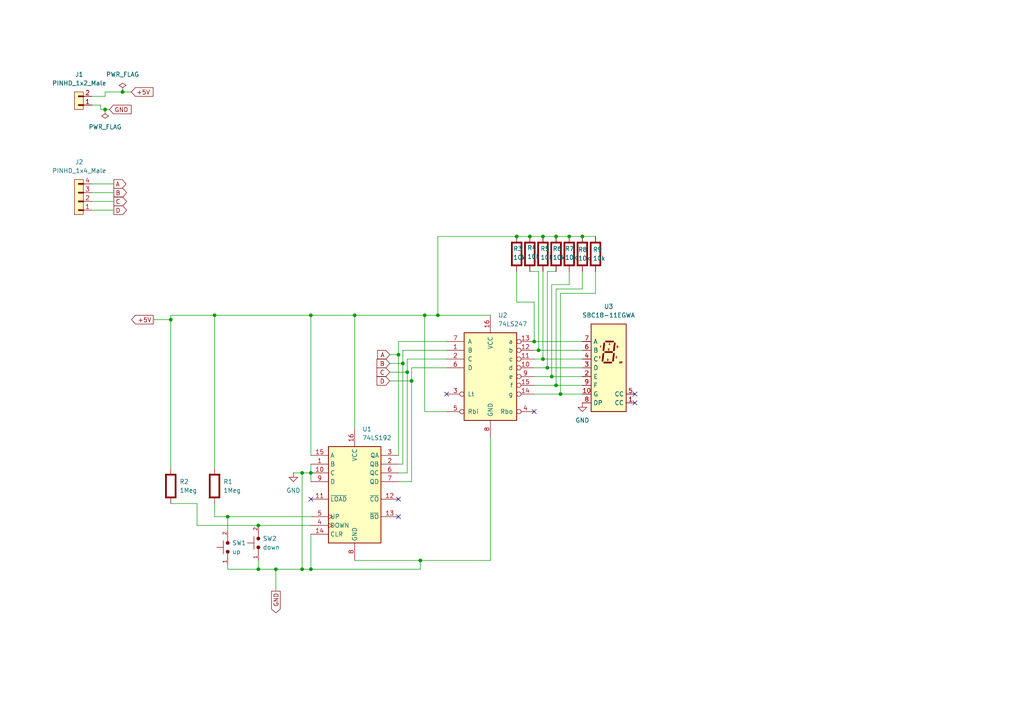
<source format=kicad_sch>
(kicad_sch
	(version 20231120)
	(generator "eeschema")
	(generator_version "8.0")
	(uuid "312691b5-7883-478e-a8ae-2089c53e044d")
	(paper "A4")
	(lib_symbols
		(symbol "74xx:74LS192"
			(exclude_from_sim no)
			(in_bom yes)
			(on_board yes)
			(property "Reference" "U"
				(at -7.62 13.97 0)
				(effects
					(font
						(size 1.27 1.27)
					)
				)
			)
			(property "Value" "74LS192"
				(at 5.08 13.97 0)
				(effects
					(font
						(size 1.27 1.27)
					)
				)
			)
			(property "Footprint" ""
				(at 0 0 0)
				(effects
					(font
						(size 1.27 1.27)
					)
					(hide yes)
				)
			)
			(property "Datasheet" "http://www.ti.com/lit/ds/symlink/sn74ls193.pdf"
				(at 0 0 0)
				(effects
					(font
						(size 1.27 1.27)
					)
					(hide yes)
				)
			)
			(property "Description" "Synchronous 4-bit Up/Down (2 clk) counter"
				(at 0 0 0)
				(effects
					(font
						(size 1.27 1.27)
					)
					(hide yes)
				)
			)
			(property "ki_keywords" "TTL CNT CNT4"
				(at 0 0 0)
				(effects
					(font
						(size 1.27 1.27)
					)
					(hide yes)
				)
			)
			(property "ki_fp_filters" "SOIC*3.9x9.9mm*P1.27mm* DIP*W7.62mm*"
				(at 0 0 0)
				(effects
					(font
						(size 1.27 1.27)
					)
					(hide yes)
				)
			)
			(symbol "74LS192_1_0"
				(pin input line
					(at -12.7 7.62 0)
					(length 5.08)
					(name "B"
						(effects
							(font
								(size 1.27 1.27)
							)
						)
					)
					(number "1"
						(effects
							(font
								(size 1.27 1.27)
							)
						)
					)
				)
				(pin input line
					(at -12.7 5.08 0)
					(length 5.08)
					(name "C"
						(effects
							(font
								(size 1.27 1.27)
							)
						)
					)
					(number "10"
						(effects
							(font
								(size 1.27 1.27)
							)
						)
					)
				)
				(pin input line
					(at -12.7 -2.54 0)
					(length 5.08)
					(name "~{LOAD}"
						(effects
							(font
								(size 1.27 1.27)
							)
						)
					)
					(number "11"
						(effects
							(font
								(size 1.27 1.27)
							)
						)
					)
				)
				(pin output line
					(at 12.7 -2.54 180)
					(length 5.08)
					(name "~{CO}"
						(effects
							(font
								(size 1.27 1.27)
							)
						)
					)
					(number "12"
						(effects
							(font
								(size 1.27 1.27)
							)
						)
					)
				)
				(pin output line
					(at 12.7 -7.62 180)
					(length 5.08)
					(name "~{BO}"
						(effects
							(font
								(size 1.27 1.27)
							)
						)
					)
					(number "13"
						(effects
							(font
								(size 1.27 1.27)
							)
						)
					)
				)
				(pin input line
					(at -12.7 -12.7 0)
					(length 5.08)
					(name "CLR"
						(effects
							(font
								(size 1.27 1.27)
							)
						)
					)
					(number "14"
						(effects
							(font
								(size 1.27 1.27)
							)
						)
					)
				)
				(pin input line
					(at -12.7 10.16 0)
					(length 5.08)
					(name "A"
						(effects
							(font
								(size 1.27 1.27)
							)
						)
					)
					(number "15"
						(effects
							(font
								(size 1.27 1.27)
							)
						)
					)
				)
				(pin power_in line
					(at 0 17.78 270)
					(length 5.08)
					(name "VCC"
						(effects
							(font
								(size 1.27 1.27)
							)
						)
					)
					(number "16"
						(effects
							(font
								(size 1.27 1.27)
							)
						)
					)
				)
				(pin output line
					(at 12.7 7.62 180)
					(length 5.08)
					(name "QB"
						(effects
							(font
								(size 1.27 1.27)
							)
						)
					)
					(number "2"
						(effects
							(font
								(size 1.27 1.27)
							)
						)
					)
				)
				(pin output line
					(at 12.7 10.16 180)
					(length 5.08)
					(name "QA"
						(effects
							(font
								(size 1.27 1.27)
							)
						)
					)
					(number "3"
						(effects
							(font
								(size 1.27 1.27)
							)
						)
					)
				)
				(pin input clock
					(at -12.7 -10.16 0)
					(length 5.08)
					(name "DOWN"
						(effects
							(font
								(size 1.27 1.27)
							)
						)
					)
					(number "4"
						(effects
							(font
								(size 1.27 1.27)
							)
						)
					)
				)
				(pin input clock
					(at -12.7 -7.62 0)
					(length 5.08)
					(name "UP"
						(effects
							(font
								(size 1.27 1.27)
							)
						)
					)
					(number "5"
						(effects
							(font
								(size 1.27 1.27)
							)
						)
					)
				)
				(pin output line
					(at 12.7 5.08 180)
					(length 5.08)
					(name "QC"
						(effects
							(font
								(size 1.27 1.27)
							)
						)
					)
					(number "6"
						(effects
							(font
								(size 1.27 1.27)
							)
						)
					)
				)
				(pin output line
					(at 12.7 2.54 180)
					(length 5.08)
					(name "QD"
						(effects
							(font
								(size 1.27 1.27)
							)
						)
					)
					(number "7"
						(effects
							(font
								(size 1.27 1.27)
							)
						)
					)
				)
				(pin power_in line
					(at 0 -20.32 90)
					(length 5.08)
					(name "GND"
						(effects
							(font
								(size 1.27 1.27)
							)
						)
					)
					(number "8"
						(effects
							(font
								(size 1.27 1.27)
							)
						)
					)
				)
				(pin input line
					(at -12.7 2.54 0)
					(length 5.08)
					(name "D"
						(effects
							(font
								(size 1.27 1.27)
							)
						)
					)
					(number "9"
						(effects
							(font
								(size 1.27 1.27)
							)
						)
					)
				)
			)
			(symbol "74LS192_1_1"
				(rectangle
					(start -7.62 12.7)
					(end 7.62 -15.24)
					(stroke
						(width 0.254)
						(type default)
					)
					(fill
						(type background)
					)
				)
			)
		)
		(symbol "74xx:74LS247"
			(pin_names
				(offset 1.016)
			)
			(exclude_from_sim no)
			(in_bom yes)
			(on_board yes)
			(property "Reference" "U"
				(at -7.62 13.97 0)
				(effects
					(font
						(size 1.27 1.27)
					)
				)
			)
			(property "Value" "74LS247"
				(at -7.62 -13.97 0)
				(effects
					(font
						(size 1.27 1.27)
					)
				)
			)
			(property "Footprint" ""
				(at 0 0 0)
				(effects
					(font
						(size 1.27 1.27)
					)
					(hide yes)
				)
			)
			(property "Datasheet" "http://www.ti.com/lit/gpn/sn74LS247"
				(at 0 0 0)
				(effects
					(font
						(size 1.27 1.27)
					)
					(hide yes)
				)
			)
			(property "Description" "BCD to 7 segments Decoder Open Collector active Low"
				(at 0 0 0)
				(effects
					(font
						(size 1.27 1.27)
					)
					(hide yes)
				)
			)
			(property "ki_locked" ""
				(at 0 0 0)
				(effects
					(font
						(size 1.27 1.27)
					)
				)
			)
			(property "ki_keywords" "TTL DECOD"
				(at 0 0 0)
				(effects
					(font
						(size 1.27 1.27)
					)
					(hide yes)
				)
			)
			(property "ki_fp_filters" "DIP?16*"
				(at 0 0 0)
				(effects
					(font
						(size 1.27 1.27)
					)
					(hide yes)
				)
			)
			(symbol "74LS247_1_0"
				(pin input line
					(at -12.7 7.62 0)
					(length 5.08)
					(name "B"
						(effects
							(font
								(size 1.27 1.27)
							)
						)
					)
					(number "1"
						(effects
							(font
								(size 1.27 1.27)
							)
						)
					)
				)
				(pin open_collector inverted
					(at 12.7 2.54 180)
					(length 5.08)
					(name "d"
						(effects
							(font
								(size 1.27 1.27)
							)
						)
					)
					(number "10"
						(effects
							(font
								(size 1.27 1.27)
							)
						)
					)
				)
				(pin open_collector inverted
					(at 12.7 5.08 180)
					(length 5.08)
					(name "c"
						(effects
							(font
								(size 1.27 1.27)
							)
						)
					)
					(number "11"
						(effects
							(font
								(size 1.27 1.27)
							)
						)
					)
				)
				(pin open_collector inverted
					(at 12.7 7.62 180)
					(length 5.08)
					(name "b"
						(effects
							(font
								(size 1.27 1.27)
							)
						)
					)
					(number "12"
						(effects
							(font
								(size 1.27 1.27)
							)
						)
					)
				)
				(pin open_collector inverted
					(at 12.7 10.16 180)
					(length 5.08)
					(name "a"
						(effects
							(font
								(size 1.27 1.27)
							)
						)
					)
					(number "13"
						(effects
							(font
								(size 1.27 1.27)
							)
						)
					)
				)
				(pin open_collector inverted
					(at 12.7 -5.08 180)
					(length 5.08)
					(name "g"
						(effects
							(font
								(size 1.27 1.27)
							)
						)
					)
					(number "14"
						(effects
							(font
								(size 1.27 1.27)
							)
						)
					)
				)
				(pin open_collector inverted
					(at 12.7 -2.54 180)
					(length 5.08)
					(name "f"
						(effects
							(font
								(size 1.27 1.27)
							)
						)
					)
					(number "15"
						(effects
							(font
								(size 1.27 1.27)
							)
						)
					)
				)
				(pin power_in line
					(at 0 17.78 270)
					(length 5.08)
					(name "VCC"
						(effects
							(font
								(size 1.27 1.27)
							)
						)
					)
					(number "16"
						(effects
							(font
								(size 1.27 1.27)
							)
						)
					)
				)
				(pin input line
					(at -12.7 5.08 0)
					(length 5.08)
					(name "C"
						(effects
							(font
								(size 1.27 1.27)
							)
						)
					)
					(number "2"
						(effects
							(font
								(size 1.27 1.27)
							)
						)
					)
				)
				(pin input inverted
					(at -12.7 -5.08 0)
					(length 5.08)
					(name "Lt"
						(effects
							(font
								(size 1.27 1.27)
							)
						)
					)
					(number "3"
						(effects
							(font
								(size 1.27 1.27)
							)
						)
					)
				)
				(pin output inverted
					(at 12.7 -10.16 180)
					(length 5.08)
					(name "Rbo"
						(effects
							(font
								(size 1.27 1.27)
							)
						)
					)
					(number "4"
						(effects
							(font
								(size 1.27 1.27)
							)
						)
					)
				)
				(pin input inverted
					(at -12.7 -10.16 0)
					(length 5.08)
					(name "Rbi"
						(effects
							(font
								(size 1.27 1.27)
							)
						)
					)
					(number "5"
						(effects
							(font
								(size 1.27 1.27)
							)
						)
					)
				)
				(pin input line
					(at -12.7 2.54 0)
					(length 5.08)
					(name "D"
						(effects
							(font
								(size 1.27 1.27)
							)
						)
					)
					(number "6"
						(effects
							(font
								(size 1.27 1.27)
							)
						)
					)
				)
				(pin input line
					(at -12.7 10.16 0)
					(length 5.08)
					(name "A"
						(effects
							(font
								(size 1.27 1.27)
							)
						)
					)
					(number "7"
						(effects
							(font
								(size 1.27 1.27)
							)
						)
					)
				)
				(pin power_in line
					(at 0 -17.78 90)
					(length 5.08)
					(name "GND"
						(effects
							(font
								(size 1.27 1.27)
							)
						)
					)
					(number "8"
						(effects
							(font
								(size 1.27 1.27)
							)
						)
					)
				)
				(pin open_collector inverted
					(at 12.7 0 180)
					(length 5.08)
					(name "e"
						(effects
							(font
								(size 1.27 1.27)
							)
						)
					)
					(number "9"
						(effects
							(font
								(size 1.27 1.27)
							)
						)
					)
				)
			)
			(symbol "74LS247_1_1"
				(rectangle
					(start -7.62 12.7)
					(end 7.62 -12.7)
					(stroke
						(width 0.254)
						(type default)
					)
					(fill
						(type background)
					)
				)
			)
		)
		(symbol "Display_Character:SBC18-11EGWA"
			(pin_names
				(offset 0.635)
			)
			(exclude_from_sim no)
			(in_bom yes)
			(on_board yes)
			(property "Reference" "U"
				(at -2.54 13.97 0)
				(effects
					(font
						(size 1.27 1.27)
					)
					(justify right)
				)
			)
			(property "Value" "SBC18-11EGWA"
				(at -4.826 -14.224 0)
				(effects
					(font
						(size 1.27 1.27)
					)
					(justify left)
				)
			)
			(property "Footprint" "Display_7Segment:SBC18-11SURKCGKWA"
				(at -18.542 -18.034 0)
				(effects
					(font
						(size 1.27 1.27)
					)
					(justify left)
					(hide yes)
				)
			)
			(property "Datasheet" "http://www.kingbrightusa.com/images/catalog/SPEC/SBC18-11EGWA.pdf"
				(at 0 4.826 0)
				(effects
					(font
						(size 1.27 1.27)
					)
					(justify left)
					(hide yes)
				)
			)
			(property "Description" "Single digit 7 segment hyper red and green LED display, common cathode"
				(at 0 0 0)
				(effects
					(font
						(size 1.27 1.27)
					)
					(hide yes)
				)
			)
			(property "ki_keywords" "display LED 7-segment"
				(at 0 0 0)
				(effects
					(font
						(size 1.27 1.27)
					)
					(hide yes)
				)
			)
			(property "ki_fp_filters" "*SBC18*11*"
				(at 0 0 0)
				(effects
					(font
						(size 1.27 1.27)
					)
					(hide yes)
				)
			)
			(symbol "SBC18-11EGWA_0_0"
				(text "A"
					(at 0.254 6.858 0)
					(effects
						(font
							(size 0.508 0.508)
						)
					)
				)
				(text "B"
					(at 2.54 6.096 0)
					(effects
						(font
							(size 0.508 0.508)
						)
					)
				)
				(text "C"
					(at 2.286 3.048 0)
					(effects
						(font
							(size 0.508 0.508)
						)
					)
				)
				(text "D"
					(at -0.254 2.286 0)
					(effects
						(font
							(size 0.508 0.508)
						)
					)
				)
				(text "DP"
					(at 3.556 1.524 0)
					(effects
						(font
							(size 0.508 0.508)
						)
					)
				)
				(text "E"
					(at -2.54 3.048 0)
					(effects
						(font
							(size 0.508 0.508)
						)
					)
				)
				(text "F"
					(at -2.286 6.096 0)
					(effects
						(font
							(size 0.508 0.508)
						)
					)
				)
				(text "G"
					(at 0 5.334 0)
					(effects
						(font
							(size 0.508 0.508)
						)
					)
				)
			)
			(symbol "SBC18-11EGWA_0_1"
				(rectangle
					(start -5.08 12.7)
					(end 5.08 -12.7)
					(stroke
						(width 0.254)
						(type default)
					)
					(fill
						(type background)
					)
				)
				(polyline
					(pts
						(xy -1.524 4.064) (xy -1.778 2.032)
					)
					(stroke
						(width 0.508)
						(type default)
					)
					(fill
						(type none)
					)
				)
				(polyline
					(pts
						(xy -1.27 1.524) (xy 0.762 1.524)
					)
					(stroke
						(width 0.508)
						(type default)
					)
					(fill
						(type none)
					)
				)
				(polyline
					(pts
						(xy -1.27 7.112) (xy -1.524 5.08)
					)
					(stroke
						(width 0.508)
						(type default)
					)
					(fill
						(type none)
					)
				)
				(polyline
					(pts
						(xy -1.016 4.572) (xy 1.016 4.572)
					)
					(stroke
						(width 0.508)
						(type default)
					)
					(fill
						(type none)
					)
				)
				(polyline
					(pts
						(xy -0.762 7.62) (xy 1.27 7.62)
					)
					(stroke
						(width 0.508)
						(type default)
					)
					(fill
						(type none)
					)
				)
				(polyline
					(pts
						(xy 1.524 4.064) (xy 1.27 2.032)
					)
					(stroke
						(width 0.508)
						(type default)
					)
					(fill
						(type none)
					)
				)
				(polyline
					(pts
						(xy 1.778 7.112) (xy 1.524 5.08)
					)
					(stroke
						(width 0.508)
						(type default)
					)
					(fill
						(type none)
					)
				)
				(polyline
					(pts
						(xy 2.54 1.524) (xy 2.54 1.524)
					)
					(stroke
						(width 0.508)
						(type default)
					)
					(fill
						(type none)
					)
				)
			)
			(symbol "SBC18-11EGWA_1_1"
				(pin input line
					(at 7.62 -10.16 180)
					(length 2.54)
					(name "CC"
						(effects
							(font
								(size 1.27 1.27)
							)
						)
					)
					(number "1"
						(effects
							(font
								(size 1.27 1.27)
							)
						)
					)
				)
				(pin input line
					(at -7.62 -7.62 0)
					(length 2.54)
					(name "G"
						(effects
							(font
								(size 1.27 1.27)
							)
						)
					)
					(number "10"
						(effects
							(font
								(size 1.27 1.27)
							)
						)
					)
				)
				(pin input line
					(at -7.62 -2.54 0)
					(length 2.54)
					(name "E"
						(effects
							(font
								(size 1.27 1.27)
							)
						)
					)
					(number "2"
						(effects
							(font
								(size 1.27 1.27)
							)
						)
					)
				)
				(pin input line
					(at -7.62 0 0)
					(length 2.54)
					(name "D"
						(effects
							(font
								(size 1.27 1.27)
							)
						)
					)
					(number "3"
						(effects
							(font
								(size 1.27 1.27)
							)
						)
					)
				)
				(pin input line
					(at -7.62 2.54 0)
					(length 2.54)
					(name "C"
						(effects
							(font
								(size 1.27 1.27)
							)
						)
					)
					(number "4"
						(effects
							(font
								(size 1.27 1.27)
							)
						)
					)
				)
				(pin input line
					(at 7.62 -7.62 180)
					(length 2.54)
					(name "CC"
						(effects
							(font
								(size 1.27 1.27)
							)
						)
					)
					(number "5"
						(effects
							(font
								(size 1.27 1.27)
							)
						)
					)
				)
				(pin input line
					(at -7.62 5.08 0)
					(length 2.54)
					(name "B"
						(effects
							(font
								(size 1.27 1.27)
							)
						)
					)
					(number "6"
						(effects
							(font
								(size 1.27 1.27)
							)
						)
					)
				)
				(pin input line
					(at -7.62 7.62 0)
					(length 2.54)
					(name "A"
						(effects
							(font
								(size 1.27 1.27)
							)
						)
					)
					(number "7"
						(effects
							(font
								(size 1.27 1.27)
							)
						)
					)
				)
				(pin input line
					(at -7.62 -10.16 0)
					(length 2.54)
					(name "DP"
						(effects
							(font
								(size 1.27 1.27)
							)
						)
					)
					(number "8"
						(effects
							(font
								(size 1.27 1.27)
							)
						)
					)
				)
				(pin input line
					(at -7.62 -5.08 0)
					(length 2.54)
					(name "F"
						(effects
							(font
								(size 1.27 1.27)
							)
						)
					)
					(number "9"
						(effects
							(font
								(size 1.27 1.27)
							)
						)
					)
				)
			)
		)
		(symbol "PCM_4ms_Power-symbol:PWR_FLAG"
			(power)
			(pin_numbers hide)
			(pin_names
				(offset 0) hide)
			(exclude_from_sim no)
			(in_bom yes)
			(on_board yes)
			(property "Reference" "#FLG"
				(at 0 1.905 0)
				(effects
					(font
						(size 1.27 1.27)
					)
					(hide yes)
				)
			)
			(property "Value" "PWR_FLAG"
				(at 0 3.81 0)
				(effects
					(font
						(size 1.27 1.27)
					)
				)
			)
			(property "Footprint" ""
				(at 0 0 0)
				(effects
					(font
						(size 1.27 1.27)
					)
					(hide yes)
				)
			)
			(property "Datasheet" ""
				(at 0 0 0)
				(effects
					(font
						(size 1.27 1.27)
					)
					(hide yes)
				)
			)
			(property "Description" ""
				(at 0 0 0)
				(effects
					(font
						(size 1.27 1.27)
					)
					(hide yes)
				)
			)
			(symbol "PWR_FLAG_0_0"
				(pin power_out line
					(at 0 0 90)
					(length 0)
					(name "pwr"
						(effects
							(font
								(size 1.27 1.27)
							)
						)
					)
					(number "1"
						(effects
							(font
								(size 1.27 1.27)
							)
						)
					)
				)
			)
			(symbol "PWR_FLAG_0_1"
				(polyline
					(pts
						(xy 0 0) (xy 0 1.27) (xy -1.016 1.905) (xy 0 2.54) (xy 1.016 1.905) (xy 0 1.27)
					)
					(stroke
						(width 0)
						(type default)
					)
					(fill
						(type none)
					)
				)
			)
		)
		(symbol "PCM_Elektuur:R"
			(pin_numbers hide)
			(pin_names
				(offset 0) hide)
			(exclude_from_sim no)
			(in_bom yes)
			(on_board yes)
			(property "Reference" "R"
				(at 2.54 3.175 0)
				(effects
					(font
						(size 1.27 1.27)
					)
					(justify left)
				)
			)
			(property "Value" "R"
				(at 0 0 90)
				(effects
					(font
						(size 1.27 1.27)
					)
				)
			)
			(property "Footprint" ""
				(at 0 0 0)
				(effects
					(font
						(size 1.27 1.27)
					)
					(hide yes)
				)
			)
			(property "Datasheet" ""
				(at 0 0 0)
				(effects
					(font
						(size 1.27 1.27)
					)
					(hide yes)
				)
			)
			(property "Description" "resistor"
				(at 0 0 0)
				(effects
					(font
						(size 1.27 1.27)
					)
					(hide yes)
				)
			)
			(property "Indicator" "+"
				(at -3.175 3.175 0)
				(effects
					(font
						(size 1.27 1.27)
					)
					(hide yes)
				)
			)
			(property "Rating" "W"
				(at 2.54 -3.175 0)
				(effects
					(font
						(size 1.27 1.27)
					)
					(justify left)
					(hide yes)
				)
			)
			(property "ki_keywords" "R res resistor"
				(at 0 0 0)
				(effects
					(font
						(size 1.27 1.27)
					)
					(hide yes)
				)
			)
			(symbol "R_1_1"
				(polyline
					(pts
						(xy -1.524 -3.429) (xy 1.524 -3.429) (xy 1.524 3.429) (xy -1.524 3.429) (xy -1.524 -3.429) (xy -1.27 -3.175)
						(xy -1.27 3.175) (xy 1.27 3.175) (xy 1.27 -3.175) (xy -1.27 -3.175) (xy -1.524 -3.429)
					)
					(stroke
						(width 0.254)
						(type default)
					)
					(fill
						(type outline)
					)
				)
				(pin passive line
					(at 0 5.08 270)
					(length 1.651)
					(name "+"
						(effects
							(font
								(size 1.27 1.27)
							)
						)
					)
					(number "1"
						(effects
							(font
								(size 1.27 1.27)
							)
						)
					)
				)
				(pin passive line
					(at 0 -5.08 90)
					(length 1.651)
					(name "-"
						(effects
							(font
								(size 1.27 1.27)
							)
						)
					)
					(number "2"
						(effects
							(font
								(size 1.27 1.27)
							)
						)
					)
				)
			)
			(symbol "R_1_2"
				(polyline
					(pts
						(xy -0.508 -3.429) (xy 1.524 -3.429) (xy 1.524 3.429) (xy -0.508 3.429) (xy -0.508 3.175) (xy 1.27 3.175)
						(xy 1.27 -3.175) (xy -0.508 -3.175) (xy -0.508 -3.429)
					)
					(stroke
						(width 0.254)
						(type default)
					)
					(fill
						(type outline)
					)
				)
				(pin passive line
					(at 0 5.08 270)
					(length 1.651)
					(name "+"
						(effects
							(font
								(size 1.27 1.27)
							)
						)
					)
					(number "1"
						(effects
							(font
								(size 1.27 1.27)
							)
						)
					)
				)
				(pin passive line
					(at 0 -5.08 90)
					(length 1.651)
					(name "-"
						(effects
							(font
								(size 1.27 1.27)
							)
						)
					)
					(number "2"
						(effects
							(font
								(size 1.27 1.27)
							)
						)
					)
				)
			)
			(symbol "R_1_3"
				(polyline
					(pts
						(xy 0 3.4798) (xy 0 3.2004) (xy 0.7112 2.794) (xy -1.1938 1.6764) (xy 0.7112 0.5588) (xy -1.1938 -0.5588)
						(xy 0.7112 -1.6764) (xy -1.1938 -2.794) (xy 0 -3.4798) (xy 0 -3.2004) (xy -0.7112 -2.794) (xy 1.1938 -1.6764)
						(xy -0.7112 -0.5588) (xy 1.1938 0.5588) (xy -0.7112 1.6764) (xy 1.1938 2.794) (xy 0 3.4798)
					)
					(stroke
						(width 0.254)
						(type default)
					)
					(fill
						(type outline)
					)
				)
				(pin passive line
					(at 0 5.08 270)
					(length 1.6002)
					(name "+"
						(effects
							(font
								(size 1.27 1.27)
							)
						)
					)
					(number "1"
						(effects
							(font
								(size 1.27 1.27)
							)
						)
					)
				)
				(pin passive line
					(at 0 -5.08 90)
					(length 1.6002)
					(name "-"
						(effects
							(font
								(size 1.27 1.27)
							)
						)
					)
					(number "2"
						(effects
							(font
								(size 1.27 1.27)
							)
						)
					)
				)
			)
			(symbol "R_1_4"
				(polyline
					(pts
						(xy 0 4.5466) (xy 0 4.2672) (xy 0.0508 4.2418) (xy 1.016 3.683) (xy -1.524 2.2098) (xy 1.016 0.7366)
						(xy -1.524 -0.7366) (xy 1.016 -2.2098) (xy -1.524 -3.683) (xy -0.0762 -4.5212) (xy 0 -4.5466)
						(xy 0 -4.2672) (xy -0.0508 -4.2418) (xy -1.016 -3.683) (xy 1.524 -2.2098) (xy -1.016 -0.7366)
						(xy 1.524 0.7366) (xy -1.016 2.2098) (xy 1.524 3.683) (xy 0.0762 4.5212) (xy 0 4.5466)
					)
					(stroke
						(width 0.254)
						(type default)
					)
					(fill
						(type outline)
					)
				)
				(pin passive line
					(at 0 5.08 270)
					(length 0.5334)
					(name "+"
						(effects
							(font
								(size 1.27 1.27)
							)
						)
					)
					(number "1"
						(effects
							(font
								(size 1.27 1.27)
							)
						)
					)
				)
				(pin passive line
					(at 0 -5.08 90)
					(length 0.5334)
					(name "-"
						(effects
							(font
								(size 1.27 1.27)
							)
						)
					)
					(number "2"
						(effects
							(font
								(size 1.27 1.27)
							)
						)
					)
				)
			)
		)
		(symbol "PCM_SL_Devices:Push_Button"
			(exclude_from_sim no)
			(in_bom yes)
			(on_board yes)
			(property "Reference" "SW"
				(at 0 6.35 0)
				(effects
					(font
						(size 1.27 1.27)
					)
				)
			)
			(property "Value" "Push_Button"
				(at 0 4.445 0)
				(effects
					(font
						(size 1.27 1.27)
					)
				)
			)
			(property "Footprint" "Button_Switch_THT:SW_PUSH_6mm"
				(at -0.127 -3.175 0)
				(effects
					(font
						(size 1.27 1.27)
					)
					(hide yes)
				)
			)
			(property "Datasheet" ""
				(at 0 0 0)
				(effects
					(font
						(size 1.27 1.27)
					)
					(hide yes)
				)
			)
			(property "Description" "Common 6mmx6mm Push Button"
				(at 0 0 0)
				(effects
					(font
						(size 1.27 1.27)
					)
					(hide yes)
				)
			)
			(property "ki_keywords" "Switch"
				(at 0 0 0)
				(effects
					(font
						(size 1.27 1.27)
					)
					(hide yes)
				)
			)
			(symbol "Push_Button_0_1"
				(circle
					(center -1.27 0)
					(radius 0.4579)
					(stroke
						(width 0)
						(type default)
					)
					(fill
						(type outline)
					)
				)
				(polyline
					(pts
						(xy -3.175 0) (xy -1.778 0)
					)
					(stroke
						(width 0)
						(type default)
					)
					(fill
						(type none)
					)
				)
				(polyline
					(pts
						(xy -1.905 1.27) (xy 1.905 1.27)
					)
					(stroke
						(width 0)
						(type default)
					)
					(fill
						(type none)
					)
				)
				(polyline
					(pts
						(xy 0 1.27) (xy 0 3.175)
					)
					(stroke
						(width 0)
						(type default)
					)
					(fill
						(type none)
					)
				)
				(polyline
					(pts
						(xy 1.778 0) (xy 3.175 0)
					)
					(stroke
						(width 0)
						(type default)
					)
					(fill
						(type none)
					)
				)
				(circle
					(center 1.27 0)
					(radius 0.4579)
					(stroke
						(width 0)
						(type default)
					)
					(fill
						(type outline)
					)
				)
			)
			(symbol "Push_Button_1_1"
				(pin passive line
					(at -5.08 0 0)
					(length 2)
					(name ""
						(effects
							(font
								(size 1.27 1.27)
							)
						)
					)
					(number "1"
						(effects
							(font
								(size 1 1)
							)
						)
					)
				)
				(pin passive line
					(at 5.08 0 180)
					(length 2)
					(name ""
						(effects
							(font
								(size 1.27 1.27)
							)
						)
					)
					(number "2"
						(effects
							(font
								(size 1 1)
							)
						)
					)
				)
			)
		)
		(symbol "PCM_SL_Pin_Headers:PINHD_1x2_Male"
			(exclude_from_sim no)
			(in_bom yes)
			(on_board yes)
			(property "Reference" "J"
				(at 0 6.35 0)
				(effects
					(font
						(size 1.27 1.27)
					)
				)
			)
			(property "Value" "PINHD_1x2_Male"
				(at 0 3.81 0)
				(effects
					(font
						(size 1.27 1.27)
					)
				)
			)
			(property "Footprint" "Connector_PinHeader_2.54mm:PinHeader_1x02_P2.54mm_Vertical"
				(at 1.27 -3.81 0)
				(effects
					(font
						(size 1.27 1.27)
					)
					(hide yes)
				)
			)
			(property "Datasheet" ""
				(at 0 7.62 0)
				(effects
					(font
						(size 1.27 1.27)
					)
					(hide yes)
				)
			)
			(property "Description" "Pin Header male with pin space 2.54mm. Pin Count -2"
				(at 0 0 0)
				(effects
					(font
						(size 1.27 1.27)
					)
					(hide yes)
				)
			)
			(property "ki_keywords" "Pin Header"
				(at 0 0 0)
				(effects
					(font
						(size 1.27 1.27)
					)
					(hide yes)
				)
			)
			(property "ki_fp_filters" "PinHeader_1x02_P2.54mm*"
				(at 0 0 0)
				(effects
					(font
						(size 1.27 1.27)
					)
					(hide yes)
				)
			)
			(symbol "PINHD_1x2_Male_0_1"
				(rectangle
					(start -1.27 2.54)
					(end 1.27 -2.54)
					(stroke
						(width 0)
						(type default)
					)
					(fill
						(type background)
					)
				)
				(polyline
					(pts
						(xy -1.27 -1.27) (xy 0 -1.27)
					)
					(stroke
						(width 0.3)
						(type default)
					)
					(fill
						(type none)
					)
				)
				(polyline
					(pts
						(xy -1.27 -1.27) (xy 0 -1.27)
					)
					(stroke
						(width 0.5)
						(type default)
					)
					(fill
						(type none)
					)
				)
				(polyline
					(pts
						(xy -1.27 1.27) (xy 0 1.27)
					)
					(stroke
						(width 0.3)
						(type default)
					)
					(fill
						(type none)
					)
				)
				(polyline
					(pts
						(xy -1.27 1.27) (xy 0 1.27)
					)
					(stroke
						(width 0.5)
						(type default)
					)
					(fill
						(type none)
					)
				)
			)
			(symbol "PINHD_1x2_Male_1_1"
				(pin passive line
					(at -3.81 1.27 0)
					(length 2.54)
					(name ""
						(effects
							(font
								(size 1.27 1.27)
							)
						)
					)
					(number "1"
						(effects
							(font
								(size 1.27 1.27)
							)
						)
					)
				)
				(pin passive line
					(at -3.81 -1.27 0)
					(length 2.54)
					(name ""
						(effects
							(font
								(size 1.27 1.27)
							)
						)
					)
					(number "2"
						(effects
							(font
								(size 1.27 1.27)
							)
						)
					)
				)
			)
		)
		(symbol "PCM_SL_Pin_Headers:PINHD_1x4_Male"
			(exclude_from_sim no)
			(in_bom yes)
			(on_board yes)
			(property "Reference" "J"
				(at 0 8.89 0)
				(effects
					(font
						(size 1.27 1.27)
					)
				)
			)
			(property "Value" "PINHD_1x4_Male"
				(at 0 6.35 0)
				(effects
					(font
						(size 1.27 1.27)
					)
				)
			)
			(property "Footprint" "Connector_PinHeader_2.54mm:PinHeader_1x04_P2.54mm_Vertical"
				(at -1.27 11.43 0)
				(effects
					(font
						(size 1.27 1.27)
					)
					(hide yes)
				)
			)
			(property "Datasheet" ""
				(at 0 10.16 0)
				(effects
					(font
						(size 1.27 1.27)
					)
					(hide yes)
				)
			)
			(property "Description" "Pin Header male with pin space 2.54mm. Pin Count -4"
				(at 0 0 0)
				(effects
					(font
						(size 1.27 1.27)
					)
					(hide yes)
				)
			)
			(property "ki_keywords" "Pin Header"
				(at 0 0 0)
				(effects
					(font
						(size 1.27 1.27)
					)
					(hide yes)
				)
			)
			(property "ki_fp_filters" "PinHeader_1x04_P2.54mm*"
				(at 0 0 0)
				(effects
					(font
						(size 1.27 1.27)
					)
					(hide yes)
				)
			)
			(symbol "PINHD_1x4_Male_0_1"
				(rectangle
					(start -1.27 5.08)
					(end 1.27 -5.08)
					(stroke
						(width 0)
						(type default)
					)
					(fill
						(type background)
					)
				)
				(polyline
					(pts
						(xy -1.27 -3.81) (xy 0 -3.81)
					)
					(stroke
						(width 0.3)
						(type default)
					)
					(fill
						(type none)
					)
				)
				(polyline
					(pts
						(xy -1.27 -3.81) (xy 0 -3.81)
					)
					(stroke
						(width 0.5)
						(type default)
					)
					(fill
						(type none)
					)
				)
				(polyline
					(pts
						(xy -1.27 -1.27) (xy 0 -1.27)
					)
					(stroke
						(width 0.3)
						(type default)
					)
					(fill
						(type none)
					)
				)
				(polyline
					(pts
						(xy -1.27 -1.27) (xy 0 -1.27)
					)
					(stroke
						(width 0.5)
						(type default)
					)
					(fill
						(type none)
					)
				)
				(polyline
					(pts
						(xy -1.27 1.27) (xy 0 1.27)
					)
					(stroke
						(width 0.3)
						(type default)
					)
					(fill
						(type none)
					)
				)
				(polyline
					(pts
						(xy -1.27 1.27) (xy 0 1.27)
					)
					(stroke
						(width 0.5)
						(type default)
					)
					(fill
						(type none)
					)
				)
				(polyline
					(pts
						(xy -1.27 3.81) (xy 0 3.81)
					)
					(stroke
						(width 0.3)
						(type default)
					)
					(fill
						(type none)
					)
				)
				(polyline
					(pts
						(xy -1.27 3.81) (xy 0 3.81)
					)
					(stroke
						(width 0.5)
						(type default)
					)
					(fill
						(type none)
					)
				)
			)
			(symbol "PINHD_1x4_Male_1_1"
				(pin passive line
					(at -3.81 3.81 0)
					(length 2.54)
					(name ""
						(effects
							(font
								(size 1.27 1.27)
							)
						)
					)
					(number "1"
						(effects
							(font
								(size 1.27 1.27)
							)
						)
					)
				)
				(pin passive line
					(at -3.81 1.27 0)
					(length 2.54)
					(name ""
						(effects
							(font
								(size 1.27 1.27)
							)
						)
					)
					(number "2"
						(effects
							(font
								(size 1.27 1.27)
							)
						)
					)
				)
				(pin passive line
					(at -3.81 -1.27 0)
					(length 2.54)
					(name ""
						(effects
							(font
								(size 1.27 1.27)
							)
						)
					)
					(number "3"
						(effects
							(font
								(size 1.27 1.27)
							)
						)
					)
				)
				(pin passive line
					(at -3.81 -3.81 0)
					(length 2.54)
					(name ""
						(effects
							(font
								(size 1.27 1.27)
							)
						)
					)
					(number "4"
						(effects
							(font
								(size 1.27 1.27)
							)
						)
					)
				)
			)
		)
		(symbol "power:GND"
			(power)
			(pin_numbers hide)
			(pin_names
				(offset 0) hide)
			(exclude_from_sim no)
			(in_bom yes)
			(on_board yes)
			(property "Reference" "#PWR"
				(at 0 -6.35 0)
				(effects
					(font
						(size 1.27 1.27)
					)
					(hide yes)
				)
			)
			(property "Value" "GND"
				(at 0 -3.81 0)
				(effects
					(font
						(size 1.27 1.27)
					)
				)
			)
			(property "Footprint" ""
				(at 0 0 0)
				(effects
					(font
						(size 1.27 1.27)
					)
					(hide yes)
				)
			)
			(property "Datasheet" ""
				(at 0 0 0)
				(effects
					(font
						(size 1.27 1.27)
					)
					(hide yes)
				)
			)
			(property "Description" "Power symbol creates a global label with name \"GND\" , ground"
				(at 0 0 0)
				(effects
					(font
						(size 1.27 1.27)
					)
					(hide yes)
				)
			)
			(property "ki_keywords" "global power"
				(at 0 0 0)
				(effects
					(font
						(size 1.27 1.27)
					)
					(hide yes)
				)
			)
			(symbol "GND_0_1"
				(polyline
					(pts
						(xy 0 0) (xy 0 -1.27) (xy 1.27 -1.27) (xy 0 -2.54) (xy -1.27 -1.27) (xy 0 -1.27)
					)
					(stroke
						(width 0)
						(type default)
					)
					(fill
						(type none)
					)
				)
			)
			(symbol "GND_1_1"
				(pin power_in line
					(at 0 0 270)
					(length 0)
					(name "~"
						(effects
							(font
								(size 1.27 1.27)
							)
						)
					)
					(number "1"
						(effects
							(font
								(size 1.27 1.27)
							)
						)
					)
				)
			)
		)
	)
	(junction
		(at 87.63 165.1)
		(diameter 0)
		(color 0 0 0 0)
		(uuid "0030a82d-0ece-4905-8066-d911875022e4")
	)
	(junction
		(at 49.53 92.71)
		(diameter 0)
		(color 0 0 0 0)
		(uuid "06d2e70c-e5b0-4272-9a04-bba572902d44")
	)
	(junction
		(at 102.87 91.44)
		(diameter 0)
		(color 0 0 0 0)
		(uuid "13f69db6-4789-48ae-b83d-53eda6842bbe")
	)
	(junction
		(at 123.19 91.44)
		(diameter 0)
		(color 0 0 0 0)
		(uuid "1d2868b8-9da0-4f4a-8f93-e58c3fab9680")
	)
	(junction
		(at 158.75 106.68)
		(diameter 0)
		(color 0 0 0 0)
		(uuid "21b47f92-a239-4534-9584-3bbce110c054")
	)
	(junction
		(at 168.91 68.58)
		(diameter 0)
		(color 0 0 0 0)
		(uuid "260f06a9-cc24-4c34-b8ac-628e3c961242")
	)
	(junction
		(at 90.17 137.16)
		(diameter 0)
		(color 0 0 0 0)
		(uuid "2dcc8f95-ba55-4913-a1a9-8f59bc8d42bb")
	)
	(junction
		(at 30.48 31.75)
		(diameter 0)
		(color 0 0 0 0)
		(uuid "2fdbced4-b9f4-40c8-8d7e-a6d4bd7d8d9d")
	)
	(junction
		(at 149.86 68.58)
		(diameter 0)
		(color 0 0 0 0)
		(uuid "330f33be-d77a-4d23-aaac-78bfc95d9832")
	)
	(junction
		(at 161.29 68.58)
		(diameter 0)
		(color 0 0 0 0)
		(uuid "3498cf60-4b6e-4e52-838c-4c12d52a597d")
	)
	(junction
		(at 161.29 111.76)
		(diameter 0)
		(color 0 0 0 0)
		(uuid "39934b4b-749a-4115-95c2-18d5fc02cc8b")
	)
	(junction
		(at 154.94 99.06)
		(diameter 0)
		(color 0 0 0 0)
		(uuid "3f4bbceb-7e81-4392-b75a-40a9e2f46c77")
	)
	(junction
		(at 157.48 104.14)
		(diameter 0)
		(color 0 0 0 0)
		(uuid "42fd8299-d1e0-456f-8238-97014a2fda0d")
	)
	(junction
		(at 87.63 137.16)
		(diameter 0)
		(color 0 0 0 0)
		(uuid "440382bf-b099-4464-a8df-a8eee506be64")
	)
	(junction
		(at 116.84 105.41)
		(diameter 0)
		(color 0 0 0 0)
		(uuid "4cb4e80a-b085-439e-82ea-a75df903b30c")
	)
	(junction
		(at 160.02 109.22)
		(diameter 0)
		(color 0 0 0 0)
		(uuid "4fb22fdb-fd96-4923-8bf6-9ded815a5f43")
	)
	(junction
		(at 157.48 68.58)
		(diameter 0)
		(color 0 0 0 0)
		(uuid "595b1ab2-91b9-4ba7-a782-aa3c802dbbab")
	)
	(junction
		(at 90.17 91.44)
		(diameter 0)
		(color 0 0 0 0)
		(uuid "6068b514-6358-4ec3-8293-aa5b24dba09f")
	)
	(junction
		(at 153.67 68.58)
		(diameter 0)
		(color 0 0 0 0)
		(uuid "681559a5-520f-4532-a193-9f3f2d2c52ca")
	)
	(junction
		(at 162.56 114.3)
		(diameter 0)
		(color 0 0 0 0)
		(uuid "746d5e04-5072-4de0-8247-cfa6925540d1")
	)
	(junction
		(at 35.56 26.67)
		(diameter 0)
		(color 0 0 0 0)
		(uuid "91a783b4-7e4b-4228-b36b-48c1d43ecbce")
	)
	(junction
		(at 156.21 101.6)
		(diameter 0)
		(color 0 0 0 0)
		(uuid "92df5a8e-2add-46fa-ad0e-cafddf479001")
	)
	(junction
		(at 118.11 107.95)
		(diameter 0)
		(color 0 0 0 0)
		(uuid "9497ee1e-a576-4981-8b21-db5640e47fb5")
	)
	(junction
		(at 74.93 152.4)
		(diameter 0)
		(color 0 0 0 0)
		(uuid "978b897c-e7f6-4e0d-8625-f35fd53d4c69")
	)
	(junction
		(at 119.38 110.49)
		(diameter 0)
		(color 0 0 0 0)
		(uuid "9f4a52b6-35be-4a8c-bd27-e4a9d13a88f3")
	)
	(junction
		(at 66.04 149.86)
		(diameter 0)
		(color 0 0 0 0)
		(uuid "afc5e65e-4bfc-4b42-8463-af0e95b9a03c")
	)
	(junction
		(at 165.1 68.58)
		(diameter 0)
		(color 0 0 0 0)
		(uuid "b01e0108-6951-4a76-8973-0b12e008c5f2")
	)
	(junction
		(at 90.17 165.1)
		(diameter 0)
		(color 0 0 0 0)
		(uuid "b52f012c-2329-4bfc-bb09-aa5397a7c206")
	)
	(junction
		(at 80.01 165.1)
		(diameter 0)
		(color 0 0 0 0)
		(uuid "c77c2375-c60d-4098-a2bb-e11b1be320e1")
	)
	(junction
		(at 121.92 162.56)
		(diameter 0)
		(color 0 0 0 0)
		(uuid "cea3b86c-4ba6-45bd-a27e-f369f3d221b3")
	)
	(junction
		(at 127 91.44)
		(diameter 0)
		(color 0 0 0 0)
		(uuid "e94ea0a0-3460-4be1-a931-02f91701ad7c")
	)
	(junction
		(at 74.93 165.1)
		(diameter 0)
		(color 0 0 0 0)
		(uuid "f073e16d-1b1c-404d-bb39-374d38daac9a")
	)
	(junction
		(at 115.57 102.87)
		(diameter 0)
		(color 0 0 0 0)
		(uuid "f4cdc544-0db5-4e03-a56f-036efca34a1e")
	)
	(junction
		(at 62.23 91.44)
		(diameter 0)
		(color 0 0 0 0)
		(uuid "f5ec305d-d3f7-48ac-ae70-f1b0b61e3cd4")
	)
	(no_connect
		(at 184.15 114.3)
		(uuid "197bc428-acb1-4f8e-9cb7-4659cfbed24b")
	)
	(no_connect
		(at 115.57 144.78)
		(uuid "46e4d31f-f214-4ac6-a91e-be6d93a95a6b")
	)
	(no_connect
		(at 115.57 149.86)
		(uuid "49d3526c-d2d4-4434-8653-f067d72188aa")
	)
	(no_connect
		(at 129.54 114.3)
		(uuid "5b88096d-5add-40ce-83d6-709ad464b26e")
	)
	(no_connect
		(at 154.94 119.38)
		(uuid "685437cc-7ec4-44a9-96f3-ba25f22134b3")
	)
	(no_connect
		(at 90.17 144.78)
		(uuid "783e9b07-c262-43af-a37c-10466a2f0bb7")
	)
	(no_connect
		(at 184.15 116.84)
		(uuid "d6004d19-c9e4-4b1b-a757-49aa44f0ccb9")
	)
	(wire
		(pts
			(xy 154.94 109.22) (xy 160.02 109.22)
		)
		(stroke
			(width 0)
			(type default)
		)
		(uuid "0194879a-33a3-4794-ac1e-d8026bb1b0e6")
	)
	(wire
		(pts
			(xy 156.21 78.74) (xy 156.21 101.6)
		)
		(stroke
			(width 0)
			(type default)
		)
		(uuid "01fea7df-2105-49c6-91f4-a5a9509ae268")
	)
	(wire
		(pts
			(xy 142.24 127) (xy 142.24 162.56)
		)
		(stroke
			(width 0)
			(type default)
		)
		(uuid "039ca194-6998-426d-9216-5662beff6087")
	)
	(wire
		(pts
			(xy 80.01 165.1) (xy 87.63 165.1)
		)
		(stroke
			(width 0)
			(type default)
		)
		(uuid "07b94de4-a2f9-49ad-95af-c7de5515a1f0")
	)
	(wire
		(pts
			(xy 30.48 26.67) (xy 35.56 26.67)
		)
		(stroke
			(width 0)
			(type default)
		)
		(uuid "0928cd04-99c8-43ad-817c-b1e9eaf9b2b5")
	)
	(wire
		(pts
			(xy 149.86 78.74) (xy 149.86 87.63)
		)
		(stroke
			(width 0)
			(type default)
		)
		(uuid "09b16a2c-0891-4a1f-9232-84352b5f318d")
	)
	(wire
		(pts
			(xy 119.38 106.68) (xy 129.54 106.68)
		)
		(stroke
			(width 0)
			(type default)
		)
		(uuid "09f19274-e9d3-40be-9462-9599554300ed")
	)
	(wire
		(pts
			(xy 118.11 104.14) (xy 129.54 104.14)
		)
		(stroke
			(width 0)
			(type default)
		)
		(uuid "0ce872d3-8a29-4597-8809-f957c03c7833")
	)
	(wire
		(pts
			(xy 30.48 27.94) (xy 26.67 27.94)
		)
		(stroke
			(width 0)
			(type default)
		)
		(uuid "1348bd8d-4722-4753-b8c1-887cc3319b56")
	)
	(wire
		(pts
			(xy 154.94 106.68) (xy 158.75 106.68)
		)
		(stroke
			(width 0)
			(type default)
		)
		(uuid "141d451f-2aee-4c11-814d-159c9c65a86e")
	)
	(wire
		(pts
			(xy 74.93 165.1) (xy 80.01 165.1)
		)
		(stroke
			(width 0)
			(type default)
		)
		(uuid "196ad7a2-9bd5-4cab-bcef-9047937f256a")
	)
	(wire
		(pts
			(xy 154.94 101.6) (xy 156.21 101.6)
		)
		(stroke
			(width 0)
			(type default)
		)
		(uuid "1b5df873-fb96-4d64-90f1-833244754400")
	)
	(wire
		(pts
			(xy 160.02 82.55) (xy 165.1 82.55)
		)
		(stroke
			(width 0)
			(type default)
		)
		(uuid "1f5d0ca3-0b97-43a1-b441-1afd9314c8e5")
	)
	(wire
		(pts
			(xy 90.17 91.44) (xy 102.87 91.44)
		)
		(stroke
			(width 0)
			(type default)
		)
		(uuid "23b8fcd7-0e4d-4192-bd89-a29dec8d9d8f")
	)
	(wire
		(pts
			(xy 168.91 83.82) (xy 161.29 83.82)
		)
		(stroke
			(width 0)
			(type default)
		)
		(uuid "24a5a84e-206e-43d8-a311-0b97a8eef28b")
	)
	(wire
		(pts
			(xy 160.02 82.55) (xy 160.02 109.22)
		)
		(stroke
			(width 0)
			(type default)
		)
		(uuid "265b0739-9044-4cc8-b327-d7b91649e72d")
	)
	(wire
		(pts
			(xy 162.56 85.09) (xy 162.56 114.3)
		)
		(stroke
			(width 0)
			(type default)
		)
		(uuid "299f0f56-d048-4dd6-976f-09144bea265a")
	)
	(wire
		(pts
			(xy 157.48 78.74) (xy 157.48 104.14)
		)
		(stroke
			(width 0)
			(type default)
		)
		(uuid "2f4ca4cd-31ea-46b0-8d71-204e9850baf5")
	)
	(wire
		(pts
			(xy 66.04 149.86) (xy 62.23 149.86)
		)
		(stroke
			(width 0)
			(type default)
		)
		(uuid "3b38a393-3d78-4dbc-b98e-be4d80a1aa43")
	)
	(wire
		(pts
			(xy 31.75 31.75) (xy 30.48 31.75)
		)
		(stroke
			(width 0)
			(type default)
		)
		(uuid "3fc1b0b0-6f30-4635-be57-ea8b8ce88457")
	)
	(wire
		(pts
			(xy 118.11 104.14) (xy 118.11 107.95)
		)
		(stroke
			(width 0)
			(type default)
		)
		(uuid "42a658dc-405f-4c46-9b41-3818f182cc0d")
	)
	(wire
		(pts
			(xy 161.29 111.76) (xy 168.91 111.76)
		)
		(stroke
			(width 0)
			(type default)
		)
		(uuid "4360459c-e4e9-4569-aec1-c8c77b6dea7c")
	)
	(wire
		(pts
			(xy 90.17 137.16) (xy 90.17 139.7)
		)
		(stroke
			(width 0)
			(type default)
		)
		(uuid "449db04f-a4b3-43e7-9270-028cea8fa41a")
	)
	(wire
		(pts
			(xy 30.48 31.75) (xy 29.21 31.75)
		)
		(stroke
			(width 0)
			(type default)
		)
		(uuid "45a75e9e-6347-4121-9886-b8e9e41a5472")
	)
	(wire
		(pts
			(xy 168.91 68.58) (xy 172.72 68.58)
		)
		(stroke
			(width 0)
			(type default)
		)
		(uuid "471b1c21-518c-4997-9ce5-55e1e3549034")
	)
	(wire
		(pts
			(xy 149.86 68.58) (xy 153.67 68.58)
		)
		(stroke
			(width 0)
			(type default)
		)
		(uuid "48a48ce9-a925-4380-97ec-a5cd44905bc7")
	)
	(wire
		(pts
			(xy 66.04 165.1) (xy 74.93 165.1)
		)
		(stroke
			(width 0)
			(type default)
		)
		(uuid "513e1e40-f706-413c-b299-b31ce3f22911")
	)
	(wire
		(pts
			(xy 115.57 139.7) (xy 119.38 139.7)
		)
		(stroke
			(width 0)
			(type default)
		)
		(uuid "532792a9-23d2-442a-97c7-7be1de7c4e9f")
	)
	(wire
		(pts
			(xy 158.75 106.68) (xy 168.91 106.68)
		)
		(stroke
			(width 0)
			(type default)
		)
		(uuid "533da2ce-a690-4420-807d-690b9b48ab3b")
	)
	(wire
		(pts
			(xy 33.02 55.88) (xy 26.67 55.88)
		)
		(stroke
			(width 0)
			(type default)
		)
		(uuid "53ff3c10-a370-4e84-8c93-4be3f3a705f8")
	)
	(wire
		(pts
			(xy 33.02 53.34) (xy 26.67 53.34)
		)
		(stroke
			(width 0)
			(type default)
		)
		(uuid "53ff81ed-1266-4a2a-92a4-d49858eb5b85")
	)
	(wire
		(pts
			(xy 157.48 68.58) (xy 161.29 68.58)
		)
		(stroke
			(width 0)
			(type default)
		)
		(uuid "5760a8cc-a3fb-496b-b6ca-5165361c29f5")
	)
	(wire
		(pts
			(xy 44.45 92.71) (xy 49.53 92.71)
		)
		(stroke
			(width 0)
			(type default)
		)
		(uuid "5c9531f8-c043-4fd8-818a-99192c0bad7c")
	)
	(wire
		(pts
			(xy 172.72 78.74) (xy 172.72 85.09)
		)
		(stroke
			(width 0)
			(type default)
		)
		(uuid "5cfeec30-c2c8-4174-9808-ac7252a7a825")
	)
	(wire
		(pts
			(xy 161.29 68.58) (xy 165.1 68.58)
		)
		(stroke
			(width 0)
			(type default)
		)
		(uuid "5eb88285-c534-4a19-9496-eae770ee84cd")
	)
	(wire
		(pts
			(xy 29.21 30.48) (xy 26.67 30.48)
		)
		(stroke
			(width 0)
			(type default)
		)
		(uuid "60404645-bbd8-477f-8f3f-981ca7dd8dd3")
	)
	(wire
		(pts
			(xy 90.17 149.86) (xy 66.04 149.86)
		)
		(stroke
			(width 0)
			(type default)
		)
		(uuid "6cf33439-165f-445d-9f8b-2bedd31c41d3")
	)
	(wire
		(pts
			(xy 66.04 163.83) (xy 66.04 165.1)
		)
		(stroke
			(width 0)
			(type default)
		)
		(uuid "6d797294-58a8-41cf-8c8d-3d25bf6c511d")
	)
	(wire
		(pts
			(xy 85.09 137.16) (xy 87.63 137.16)
		)
		(stroke
			(width 0)
			(type default)
		)
		(uuid "6ef0739a-cc23-4b2f-977d-4ec301746229")
	)
	(wire
		(pts
			(xy 116.84 101.6) (xy 129.54 101.6)
		)
		(stroke
			(width 0)
			(type default)
		)
		(uuid "73850c4f-50ce-47c5-aa83-5808c3dc38ee")
	)
	(wire
		(pts
			(xy 62.23 91.44) (xy 62.23 135.89)
		)
		(stroke
			(width 0)
			(type default)
		)
		(uuid "7572af54-bd82-4885-9019-ac8fe85152d6")
	)
	(wire
		(pts
			(xy 154.94 111.76) (xy 161.29 111.76)
		)
		(stroke
			(width 0)
			(type default)
		)
		(uuid "7ab8eb11-b169-4487-a674-9ea7b20674f2")
	)
	(wire
		(pts
			(xy 102.87 91.44) (xy 102.87 124.46)
		)
		(stroke
			(width 0)
			(type default)
		)
		(uuid "7af70074-834d-4f6b-b7ef-9b30f2361d27")
	)
	(wire
		(pts
			(xy 29.21 31.75) (xy 29.21 30.48)
		)
		(stroke
			(width 0)
			(type default)
		)
		(uuid "808d0b4a-b31f-4484-8010-3325d57e628f")
	)
	(wire
		(pts
			(xy 154.94 87.63) (xy 154.94 99.06)
		)
		(stroke
			(width 0)
			(type default)
		)
		(uuid "818ee86c-2999-43ac-b59f-4f13e6e5df01")
	)
	(wire
		(pts
			(xy 74.93 162.56) (xy 74.93 165.1)
		)
		(stroke
			(width 0)
			(type default)
		)
		(uuid "8696611e-ff53-4491-91e4-fd5946b1d3cb")
	)
	(wire
		(pts
			(xy 168.91 78.74) (xy 168.91 83.82)
		)
		(stroke
			(width 0)
			(type default)
		)
		(uuid "8b38f9ac-5670-4aae-bf07-33916a6188e2")
	)
	(wire
		(pts
			(xy 153.67 68.58) (xy 157.48 68.58)
		)
		(stroke
			(width 0)
			(type default)
		)
		(uuid "8ba08009-53b6-435b-bd0c-fac0ff760927")
	)
	(wire
		(pts
			(xy 49.53 92.71) (xy 49.53 135.89)
		)
		(stroke
			(width 0)
			(type default)
		)
		(uuid "8c43ee33-136d-46ce-b5ec-cf61905d88f9")
	)
	(wire
		(pts
			(xy 115.57 102.87) (xy 115.57 132.08)
		)
		(stroke
			(width 0)
			(type default)
		)
		(uuid "8d03961d-416a-4e29-93fd-6feabbcd3fed")
	)
	(wire
		(pts
			(xy 161.29 83.82) (xy 161.29 111.76)
		)
		(stroke
			(width 0)
			(type default)
		)
		(uuid "8ef87d4a-4f5c-473f-9a76-1a3a8fe5132a")
	)
	(wire
		(pts
			(xy 90.17 152.4) (xy 74.93 152.4)
		)
		(stroke
			(width 0)
			(type default)
		)
		(uuid "90a29586-70cb-4a18-9343-4e99b4c3f472")
	)
	(wire
		(pts
			(xy 74.93 152.4) (xy 57.15 152.4)
		)
		(stroke
			(width 0)
			(type default)
		)
		(uuid "9332f004-2654-4e9f-9e21-b33e7800c2f5")
	)
	(wire
		(pts
			(xy 160.02 109.22) (xy 168.91 109.22)
		)
		(stroke
			(width 0)
			(type default)
		)
		(uuid "9464e042-2f64-4c95-969a-82e491362fb1")
	)
	(wire
		(pts
			(xy 33.02 58.42) (xy 26.67 58.42)
		)
		(stroke
			(width 0)
			(type default)
		)
		(uuid "94b7a3c1-2a87-423f-8180-afa9c4dfadef")
	)
	(wire
		(pts
			(xy 116.84 101.6) (xy 116.84 105.41)
		)
		(stroke
			(width 0)
			(type default)
		)
		(uuid "97fb1f6b-3226-4d18-8552-49b4828ca8dd")
	)
	(wire
		(pts
			(xy 87.63 137.16) (xy 90.17 137.16)
		)
		(stroke
			(width 0)
			(type default)
		)
		(uuid "9871ef80-78e1-4cb8-ac71-b20a27bf8ff5")
	)
	(wire
		(pts
			(xy 38.1 26.67) (xy 35.56 26.67)
		)
		(stroke
			(width 0)
			(type default)
		)
		(uuid "99305d34-b05c-49a6-92b1-c443646a3912")
	)
	(wire
		(pts
			(xy 123.19 91.44) (xy 123.19 119.38)
		)
		(stroke
			(width 0)
			(type default)
		)
		(uuid "9c99ab9d-b3cc-4a3f-8a5d-2977bd8916cc")
	)
	(wire
		(pts
			(xy 118.11 107.95) (xy 118.11 137.16)
		)
		(stroke
			(width 0)
			(type default)
		)
		(uuid "9ede39e3-0043-4bf3-9d5c-5f8314304084")
	)
	(wire
		(pts
			(xy 115.57 99.06) (xy 129.54 99.06)
		)
		(stroke
			(width 0)
			(type default)
		)
		(uuid "9fb8fdc1-7404-4c0e-b2c4-12ed2cd3cc5d")
	)
	(wire
		(pts
			(xy 116.84 134.62) (xy 116.84 105.41)
		)
		(stroke
			(width 0)
			(type default)
		)
		(uuid "a0e21565-208d-4a5b-8cec-7c4e75e6ed5f")
	)
	(wire
		(pts
			(xy 57.15 152.4) (xy 57.15 146.05)
		)
		(stroke
			(width 0)
			(type default)
		)
		(uuid "a63531be-fe95-4dcd-b0df-1d252523f0ad")
	)
	(wire
		(pts
			(xy 62.23 149.86) (xy 62.23 146.05)
		)
		(stroke
			(width 0)
			(type default)
		)
		(uuid "a7c0b148-9691-4e02-845e-5370ee50d12c")
	)
	(wire
		(pts
			(xy 49.53 91.44) (xy 62.23 91.44)
		)
		(stroke
			(width 0)
			(type default)
		)
		(uuid "a873bfe7-a1ae-4554-894e-97622ff67278")
	)
	(wire
		(pts
			(xy 121.92 162.56) (xy 102.87 162.56)
		)
		(stroke
			(width 0)
			(type default)
		)
		(uuid "a9ff18ba-57e6-4b5a-9fa0-15e296e9a742")
	)
	(wire
		(pts
			(xy 33.02 60.96) (xy 26.67 60.96)
		)
		(stroke
			(width 0)
			(type default)
		)
		(uuid "ab87e1d8-5e83-4dff-b1a1-db275164b414")
	)
	(wire
		(pts
			(xy 158.75 78.74) (xy 161.29 78.74)
		)
		(stroke
			(width 0)
			(type default)
		)
		(uuid "ac110212-1884-4680-9577-aa810232b265")
	)
	(wire
		(pts
			(xy 113.03 110.49) (xy 119.38 110.49)
		)
		(stroke
			(width 0)
			(type default)
		)
		(uuid "ae5f01e5-9ae2-4ce6-a48e-e8f2adbcb5d1")
	)
	(wire
		(pts
			(xy 142.24 91.44) (xy 127 91.44)
		)
		(stroke
			(width 0)
			(type default)
		)
		(uuid "af22dd7a-58ba-4274-8dd6-6e3bf1f78503")
	)
	(wire
		(pts
			(xy 149.86 87.63) (xy 154.94 87.63)
		)
		(stroke
			(width 0)
			(type default)
		)
		(uuid "b0034773-5d71-491c-b4e3-7baf7682e09c")
	)
	(wire
		(pts
			(xy 156.21 101.6) (xy 168.91 101.6)
		)
		(stroke
			(width 0)
			(type default)
		)
		(uuid "b2e587a4-02ae-495f-aae7-7aae86a83c05")
	)
	(wire
		(pts
			(xy 142.24 162.56) (xy 121.92 162.56)
		)
		(stroke
			(width 0)
			(type default)
		)
		(uuid "b4af7b53-13dc-4936-a5f8-653abc72c1a0")
	)
	(wire
		(pts
			(xy 115.57 137.16) (xy 118.11 137.16)
		)
		(stroke
			(width 0)
			(type default)
		)
		(uuid "b6247490-8f2d-4e79-a412-989ed46587b4")
	)
	(wire
		(pts
			(xy 154.94 104.14) (xy 157.48 104.14)
		)
		(stroke
			(width 0)
			(type default)
		)
		(uuid "be00a0e7-8238-4ce8-a368-9b91bca81615")
	)
	(wire
		(pts
			(xy 157.48 104.14) (xy 168.91 104.14)
		)
		(stroke
			(width 0)
			(type default)
		)
		(uuid "be2da52f-f579-4fb9-96d2-79aac518a502")
	)
	(wire
		(pts
			(xy 127 91.44) (xy 123.19 91.44)
		)
		(stroke
			(width 0)
			(type default)
		)
		(uuid "c03de598-b136-4baf-abfd-6db77b6cf4df")
	)
	(wire
		(pts
			(xy 113.03 105.41) (xy 116.84 105.41)
		)
		(stroke
			(width 0)
			(type default)
		)
		(uuid "c0a34955-6214-4f6b-ad1a-8542a7fb3a8f")
	)
	(wire
		(pts
			(xy 149.86 68.58) (xy 127 68.58)
		)
		(stroke
			(width 0)
			(type default)
		)
		(uuid "c0ca3701-ee74-442f-96bd-88c00dd39774")
	)
	(wire
		(pts
			(xy 119.38 110.49) (xy 119.38 106.68)
		)
		(stroke
			(width 0)
			(type default)
		)
		(uuid "c1721448-0b90-418c-85d2-62260c770231")
	)
	(wire
		(pts
			(xy 90.17 91.44) (xy 90.17 132.08)
		)
		(stroke
			(width 0)
			(type default)
		)
		(uuid "c2644ea1-5f21-4b51-af2d-32f3715d3798")
	)
	(wire
		(pts
			(xy 119.38 139.7) (xy 119.38 110.49)
		)
		(stroke
			(width 0)
			(type default)
		)
		(uuid "c8088f4e-6299-45c6-bb0d-25d993167fd8")
	)
	(wire
		(pts
			(xy 90.17 134.62) (xy 90.17 137.16)
		)
		(stroke
			(width 0)
			(type default)
		)
		(uuid "c831505f-6a4e-4c40-af07-6e46bc47cfbe")
	)
	(wire
		(pts
			(xy 121.92 165.1) (xy 121.92 162.56)
		)
		(stroke
			(width 0)
			(type default)
		)
		(uuid "c9cc9d1a-620d-4aba-9b67-1dc1ec13b273")
	)
	(wire
		(pts
			(xy 62.23 91.44) (xy 90.17 91.44)
		)
		(stroke
			(width 0)
			(type default)
		)
		(uuid "ca6f7c10-f444-4838-a2e6-ba87a3072514")
	)
	(wire
		(pts
			(xy 154.94 99.06) (xy 168.91 99.06)
		)
		(stroke
			(width 0)
			(type default)
		)
		(uuid "cabbb38c-afaf-457e-b8d9-7f56cb75e885")
	)
	(wire
		(pts
			(xy 129.54 119.38) (xy 123.19 119.38)
		)
		(stroke
			(width 0)
			(type default)
		)
		(uuid "cb1240d1-608d-4077-bf4a-d394159698cc")
	)
	(wire
		(pts
			(xy 90.17 165.1) (xy 121.92 165.1)
		)
		(stroke
			(width 0)
			(type default)
		)
		(uuid "cb3e4d8a-996d-46c5-a30f-c3f3c73634b9")
	)
	(wire
		(pts
			(xy 87.63 165.1) (xy 90.17 165.1)
		)
		(stroke
			(width 0)
			(type default)
		)
		(uuid "cbc9fce0-6902-4d42-85fd-119044831d10")
	)
	(wire
		(pts
			(xy 162.56 114.3) (xy 168.91 114.3)
		)
		(stroke
			(width 0)
			(type default)
		)
		(uuid "cdace44d-0978-4277-b059-490f8c405fc5")
	)
	(wire
		(pts
			(xy 123.19 91.44) (xy 102.87 91.44)
		)
		(stroke
			(width 0)
			(type default)
		)
		(uuid "cf5db289-7362-4fdb-83f6-28a0674bf7c6")
	)
	(wire
		(pts
			(xy 80.01 171.45) (xy 80.01 165.1)
		)
		(stroke
			(width 0)
			(type default)
		)
		(uuid "d0801198-167b-4c1b-9a17-a187f96b5b42")
	)
	(wire
		(pts
			(xy 115.57 134.62) (xy 116.84 134.62)
		)
		(stroke
			(width 0)
			(type default)
		)
		(uuid "d0a92b49-1b1f-4e11-8f7e-e36715ed2d9a")
	)
	(wire
		(pts
			(xy 30.48 26.67) (xy 30.48 27.94)
		)
		(stroke
			(width 0)
			(type default)
		)
		(uuid "d7970f6d-29d7-46c2-bcc7-ff7e845e2611")
	)
	(wire
		(pts
			(xy 172.72 85.09) (xy 162.56 85.09)
		)
		(stroke
			(width 0)
			(type default)
		)
		(uuid "d7f0babf-6f50-4c82-be59-821b855ca98a")
	)
	(wire
		(pts
			(xy 90.17 154.94) (xy 90.17 165.1)
		)
		(stroke
			(width 0)
			(type default)
		)
		(uuid "de6f95f6-d206-4043-b40f-1a5d92588fa3")
	)
	(wire
		(pts
			(xy 156.21 78.74) (xy 153.67 78.74)
		)
		(stroke
			(width 0)
			(type default)
		)
		(uuid "e07d8ae1-c06c-47bd-912c-f3fb1eed3a6a")
	)
	(wire
		(pts
			(xy 49.53 91.44) (xy 49.53 92.71)
		)
		(stroke
			(width 0)
			(type default)
		)
		(uuid "e51506ff-5da8-4035-b0af-3bfd48b03e36")
	)
	(wire
		(pts
			(xy 113.03 102.87) (xy 115.57 102.87)
		)
		(stroke
			(width 0)
			(type default)
		)
		(uuid "ea59e2f5-0649-4db2-be0d-863f4f099df5")
	)
	(wire
		(pts
			(xy 87.63 137.16) (xy 87.63 165.1)
		)
		(stroke
			(width 0)
			(type default)
		)
		(uuid "ed5c9cbd-4de4-4fba-af9c-74117d2cd204")
	)
	(wire
		(pts
			(xy 113.03 107.95) (xy 118.11 107.95)
		)
		(stroke
			(width 0)
			(type default)
		)
		(uuid "ed91786c-8041-4def-89f4-9588fdd91863")
	)
	(wire
		(pts
			(xy 165.1 68.58) (xy 168.91 68.58)
		)
		(stroke
			(width 0)
			(type default)
		)
		(uuid "eebbee2a-aba6-4830-9be3-9906226c6c05")
	)
	(wire
		(pts
			(xy 165.1 82.55) (xy 165.1 78.74)
		)
		(stroke
			(width 0)
			(type default)
		)
		(uuid "f15a2991-1b86-44d0-b285-3070cea29667")
	)
	(wire
		(pts
			(xy 127 68.58) (xy 127 91.44)
		)
		(stroke
			(width 0)
			(type default)
		)
		(uuid "f2febecc-8b9f-467d-acfa-0a698559e02d")
	)
	(wire
		(pts
			(xy 154.94 114.3) (xy 162.56 114.3)
		)
		(stroke
			(width 0)
			(type default)
		)
		(uuid "f5720f48-e050-4806-8421-5e09b5108272")
	)
	(wire
		(pts
			(xy 57.15 146.05) (xy 49.53 146.05)
		)
		(stroke
			(width 0)
			(type default)
		)
		(uuid "f9b3ea8f-7670-4b79-99bb-40be98697896")
	)
	(wire
		(pts
			(xy 158.75 78.74) (xy 158.75 106.68)
		)
		(stroke
			(width 0)
			(type default)
		)
		(uuid "fcf9c6c8-f516-49f6-8757-652a2bd4576e")
	)
	(wire
		(pts
			(xy 66.04 149.86) (xy 66.04 153.67)
		)
		(stroke
			(width 0)
			(type default)
		)
		(uuid "fde57d27-5d8a-45e6-b2ba-053b4bd59a0b")
	)
	(wire
		(pts
			(xy 115.57 102.87) (xy 115.57 99.06)
		)
		(stroke
			(width 0)
			(type default)
		)
		(uuid "ff86288e-e576-4b93-afad-d05fe7d278d4")
	)
	(global_label "D"
		(shape output)
		(at 33.02 60.96 0)
		(fields_autoplaced yes)
		(effects
			(font
				(size 1.27 1.27)
			)
			(justify left)
		)
		(uuid "111869d3-ae4d-4200-8ac9-1dfaeb19e3d5")
		(property "Intersheetrefs" "${INTERSHEET_REFS}"
			(at 37.2752 60.96 0)
			(effects
				(font
					(size 1.27 1.27)
				)
				(justify left)
				(hide yes)
			)
		)
	)
	(global_label "+5V"
		(shape output)
		(at 44.45 92.71 180)
		(fields_autoplaced yes)
		(effects
			(font
				(size 1.27 1.27)
			)
			(justify right)
		)
		(uuid "241c09be-aaf2-4109-a0d8-fd5a279d8ded")
		(property "Intersheetrefs" "${INTERSHEET_REFS}"
			(at 37.5943 92.71 0)
			(effects
				(font
					(size 1.27 1.27)
				)
				(justify right)
				(hide yes)
			)
		)
	)
	(global_label "D"
		(shape input)
		(at 113.03 110.49 180)
		(fields_autoplaced yes)
		(effects
			(font
				(size 1.27 1.27)
			)
			(justify right)
		)
		(uuid "24a772f9-10f2-424a-8544-9aa61d525185")
		(property "Intersheetrefs" "${INTERSHEET_REFS}"
			(at 108.7748 110.49 0)
			(effects
				(font
					(size 1.27 1.27)
				)
				(justify right)
				(hide yes)
			)
		)
	)
	(global_label "+5V"
		(shape input)
		(at 38.1 26.67 0)
		(fields_autoplaced yes)
		(effects
			(font
				(size 1.27 1.27)
			)
			(justify left)
		)
		(uuid "57d1f0a6-e214-4b55-b8ce-d5e6127a8264")
		(property "Intersheetrefs" "${INTERSHEET_REFS}"
			(at 44.9557 26.67 0)
			(effects
				(font
					(size 1.27 1.27)
				)
				(justify left)
				(hide yes)
			)
		)
	)
	(global_label "A"
		(shape output)
		(at 33.02 53.34 0)
		(fields_autoplaced yes)
		(effects
			(font
				(size 1.27 1.27)
			)
			(justify left)
		)
		(uuid "62a2a0f6-c329-4cee-9180-992a88881cbd")
		(property "Intersheetrefs" "${INTERSHEET_REFS}"
			(at 37.0938 53.34 0)
			(effects
				(font
					(size 1.27 1.27)
				)
				(justify left)
				(hide yes)
			)
		)
	)
	(global_label "C"
		(shape output)
		(at 33.02 58.42 0)
		(fields_autoplaced yes)
		(effects
			(font
				(size 1.27 1.27)
			)
			(justify left)
		)
		(uuid "660619b7-67a4-45ff-a227-e1371f63b0ff")
		(property "Intersheetrefs" "${INTERSHEET_REFS}"
			(at 37.2752 58.42 0)
			(effects
				(font
					(size 1.27 1.27)
				)
				(justify left)
				(hide yes)
			)
		)
	)
	(global_label "A"
		(shape input)
		(at 113.03 102.87 180)
		(fields_autoplaced yes)
		(effects
			(font
				(size 1.27 1.27)
			)
			(justify right)
		)
		(uuid "7963c837-6418-4a6d-a7cf-d3329213a5a6")
		(property "Intersheetrefs" "${INTERSHEET_REFS}"
			(at 108.9562 102.87 0)
			(effects
				(font
					(size 1.27 1.27)
				)
				(justify right)
				(hide yes)
			)
		)
	)
	(global_label "B"
		(shape input)
		(at 113.03 105.41 180)
		(fields_autoplaced yes)
		(effects
			(font
				(size 1.27 1.27)
			)
			(justify right)
		)
		(uuid "80c4fc42-ab57-4197-ac8e-d276d0449384")
		(property "Intersheetrefs" "${INTERSHEET_REFS}"
			(at 108.7748 105.41 0)
			(effects
				(font
					(size 1.27 1.27)
				)
				(justify right)
				(hide yes)
			)
		)
	)
	(global_label "GND"
		(shape output)
		(at 80.01 171.45 270)
		(fields_autoplaced yes)
		(effects
			(font
				(size 1.27 1.27)
			)
			(justify right)
		)
		(uuid "a410cf72-ad4d-44da-8ffc-b957f9ce3a0a")
		(property "Intersheetrefs" "${INTERSHEET_REFS}"
			(at 80.01 178.3057 90)
			(effects
				(font
					(size 1.27 1.27)
				)
				(justify right)
				(hide yes)
			)
		)
	)
	(global_label "C"
		(shape input)
		(at 113.03 107.95 180)
		(fields_autoplaced yes)
		(effects
			(font
				(size 1.27 1.27)
			)
			(justify right)
		)
		(uuid "dd08c714-5842-43ca-a1be-bd5cddf7a93e")
		(property "Intersheetrefs" "${INTERSHEET_REFS}"
			(at 108.7748 107.95 0)
			(effects
				(font
					(size 1.27 1.27)
				)
				(justify right)
				(hide yes)
			)
		)
	)
	(global_label "GND"
		(shape input)
		(at 31.75 31.75 0)
		(fields_autoplaced yes)
		(effects
			(font
				(size 1.27 1.27)
			)
			(justify left)
		)
		(uuid "ddb8f7b8-511a-42ff-b02f-6a23383b69f8")
		(property "Intersheetrefs" "${INTERSHEET_REFS}"
			(at 38.6057 31.75 0)
			(effects
				(font
					(size 1.27 1.27)
				)
				(justify left)
				(hide yes)
			)
		)
	)
	(global_label "B"
		(shape output)
		(at 33.02 55.88 0)
		(fields_autoplaced yes)
		(effects
			(font
				(size 1.27 1.27)
			)
			(justify left)
		)
		(uuid "df305dc8-f438-4b3b-b85e-a0e712987734")
		(property "Intersheetrefs" "${INTERSHEET_REFS}"
			(at 37.2752 55.88 0)
			(effects
				(font
					(size 1.27 1.27)
				)
				(justify left)
				(hide yes)
			)
		)
	)
	(symbol
		(lib_id "PCM_Elektuur:R")
		(at 149.86 73.66 0)
		(unit 1)
		(exclude_from_sim no)
		(in_bom yes)
		(on_board yes)
		(dnp no)
		(uuid "0faf2c5e-3428-40ef-b93c-5386c856314b")
		(property "Reference" "R3"
			(at 148.844 72.136 0)
			(effects
				(font
					(size 1.27 1.27)
				)
				(justify left)
			)
		)
		(property "Value" "10k"
			(at 148.844 74.676 0)
			(effects
				(font
					(size 1.27 1.27)
				)
				(justify left)
			)
		)
		(property "Footprint" "Resistor_THT:R_Axial_DIN0204_L3.6mm_D1.6mm_P7.62mm_Horizontal"
			(at 149.86 73.66 0)
			(effects
				(font
					(size 1.27 1.27)
				)
				(hide yes)
			)
		)
		(property "Datasheet" ""
			(at 149.86 73.66 0)
			(effects
				(font
					(size 1.27 1.27)
				)
				(hide yes)
			)
		)
		(property "Description" "resistor"
			(at 149.86 73.66 0)
			(effects
				(font
					(size 1.27 1.27)
				)
				(hide yes)
			)
		)
		(property "Indicator" "+"
			(at 146.685 70.485 0)
			(effects
				(font
					(size 1.27 1.27)
				)
				(hide yes)
			)
		)
		(property "Rating" "W"
			(at 152.4 76.835 0)
			(effects
				(font
					(size 1.27 1.27)
				)
				(justify left)
				(hide yes)
			)
		)
		(pin "1"
			(uuid "4c728b8b-e358-4895-a6dc-b71a5c78f8f8")
		)
		(pin "2"
			(uuid "2a29bd6e-58b2-4f4b-a20b-65546e9b4d79")
		)
		(instances
			(project ""
				(path "/312691b5-7883-478e-a8ae-2089c53e044d"
					(reference "R3")
					(unit 1)
				)
			)
		)
	)
	(symbol
		(lib_id "PCM_SL_Pin_Headers:PINHD_1x2_Male")
		(at 22.86 29.21 180)
		(unit 1)
		(exclude_from_sim no)
		(in_bom yes)
		(on_board yes)
		(dnp no)
		(fields_autoplaced yes)
		(uuid "207db6c7-88a5-48c6-9219-a92565515236")
		(property "Reference" "J1"
			(at 22.985 21.59 0)
			(effects
				(font
					(size 1.27 1.27)
				)
			)
		)
		(property "Value" "PINHD_1x2_Male"
			(at 22.985 24.13 0)
			(effects
				(font
					(size 1.27 1.27)
				)
			)
		)
		(property "Footprint" "Connector_PinHeader_2.54mm:PinHeader_1x02_P2.54mm_Vertical"
			(at 21.59 25.4 0)
			(effects
				(font
					(size 1.27 1.27)
				)
				(hide yes)
			)
		)
		(property "Datasheet" ""
			(at 22.86 36.83 0)
			(effects
				(font
					(size 1.27 1.27)
				)
				(hide yes)
			)
		)
		(property "Description" "Pin Header male with pin space 2.54mm. Pin Count -2"
			(at 22.86 29.21 0)
			(effects
				(font
					(size 1.27 1.27)
				)
				(hide yes)
			)
		)
		(pin "1"
			(uuid "b99e28ee-b13d-4ea2-944f-95a00b879d77")
		)
		(pin "2"
			(uuid "c45f002d-96fa-40df-9205-7a59031daef0")
		)
		(instances
			(project ""
				(path "/312691b5-7883-478e-a8ae-2089c53e044d"
					(reference "J1")
					(unit 1)
				)
			)
		)
	)
	(symbol
		(lib_id "PCM_Elektuur:R")
		(at 62.23 140.97 0)
		(unit 1)
		(exclude_from_sim no)
		(in_bom yes)
		(on_board yes)
		(dnp no)
		(fields_autoplaced yes)
		(uuid "208d483c-bcf0-4429-ae1c-6bdf9cf7f06b")
		(property "Reference" "R1"
			(at 64.77 139.6999 0)
			(effects
				(font
					(size 1.27 1.27)
				)
				(justify left)
			)
		)
		(property "Value" "1Meg"
			(at 64.77 142.2399 0)
			(effects
				(font
					(size 1.27 1.27)
				)
				(justify left)
			)
		)
		(property "Footprint" "Resistor_THT:R_Axial_DIN0204_L3.6mm_D1.6mm_P7.62mm_Horizontal"
			(at 62.23 140.97 0)
			(effects
				(font
					(size 1.27 1.27)
				)
				(hide yes)
			)
		)
		(property "Datasheet" ""
			(at 62.23 140.97 0)
			(effects
				(font
					(size 1.27 1.27)
				)
				(hide yes)
			)
		)
		(property "Description" "resistor"
			(at 62.23 140.97 0)
			(effects
				(font
					(size 1.27 1.27)
				)
				(hide yes)
			)
		)
		(property "Indicator" "+"
			(at 59.055 137.795 0)
			(effects
				(font
					(size 1.27 1.27)
				)
				(hide yes)
			)
		)
		(property "Rating" "W"
			(at 64.77 144.145 0)
			(effects
				(font
					(size 1.27 1.27)
				)
				(justify left)
				(hide yes)
			)
		)
		(pin "2"
			(uuid "9d466392-3332-4988-b897-05b5f589e3a9")
		)
		(pin "1"
			(uuid "c58e9391-7541-4eb4-ac18-f3cf146ba688")
		)
		(instances
			(project ""
				(path "/312691b5-7883-478e-a8ae-2089c53e044d"
					(reference "R1")
					(unit 1)
				)
			)
		)
	)
	(symbol
		(lib_id "PCM_Elektuur:R")
		(at 49.53 140.97 0)
		(unit 1)
		(exclude_from_sim no)
		(in_bom yes)
		(on_board yes)
		(dnp no)
		(fields_autoplaced yes)
		(uuid "30b36655-bfba-4e1a-98b4-bb46fcf813a9")
		(property "Reference" "R2"
			(at 52.07 139.6999 0)
			(effects
				(font
					(size 1.27 1.27)
				)
				(justify left)
			)
		)
		(property "Value" "1Meg"
			(at 52.07 142.2399 0)
			(effects
				(font
					(size 1.27 1.27)
				)
				(justify left)
			)
		)
		(property "Footprint" "Resistor_THT:R_Axial_DIN0204_L3.6mm_D1.6mm_P7.62mm_Horizontal"
			(at 49.53 140.97 0)
			(effects
				(font
					(size 1.27 1.27)
				)
				(hide yes)
			)
		)
		(property "Datasheet" ""
			(at 49.53 140.97 0)
			(effects
				(font
					(size 1.27 1.27)
				)
				(hide yes)
			)
		)
		(property "Description" "resistor"
			(at 49.53 140.97 0)
			(effects
				(font
					(size 1.27 1.27)
				)
				(hide yes)
			)
		)
		(property "Indicator" "+"
			(at 46.355 137.795 0)
			(effects
				(font
					(size 1.27 1.27)
				)
				(hide yes)
			)
		)
		(property "Rating" "W"
			(at 52.07 144.145 0)
			(effects
				(font
					(size 1.27 1.27)
				)
				(justify left)
				(hide yes)
			)
		)
		(pin "2"
			(uuid "2145f9b0-1fca-4124-8625-2835562e775a")
		)
		(pin "1"
			(uuid "5c8bd51b-d1e7-43dd-82e0-94dc5dacdd2a")
		)
		(instances
			(project "channel counter"
				(path "/312691b5-7883-478e-a8ae-2089c53e044d"
					(reference "R2")
					(unit 1)
				)
			)
		)
	)
	(symbol
		(lib_id "power:GND")
		(at 168.91 116.84 0)
		(unit 1)
		(exclude_from_sim no)
		(in_bom yes)
		(on_board yes)
		(dnp no)
		(fields_autoplaced yes)
		(uuid "4909e022-8356-470b-8736-4ee2a8803b52")
		(property "Reference" "#PWR01"
			(at 168.91 123.19 0)
			(effects
				(font
					(size 1.27 1.27)
				)
				(hide yes)
			)
		)
		(property "Value" "GND"
			(at 168.91 121.92 0)
			(effects
				(font
					(size 1.27 1.27)
				)
			)
		)
		(property "Footprint" ""
			(at 168.91 116.84 0)
			(effects
				(font
					(size 1.27 1.27)
				)
				(hide yes)
			)
		)
		(property "Datasheet" ""
			(at 168.91 116.84 0)
			(effects
				(font
					(size 1.27 1.27)
				)
				(hide yes)
			)
		)
		(property "Description" "Power symbol creates a global label with name \"GND\" , ground"
			(at 168.91 116.84 0)
			(effects
				(font
					(size 1.27 1.27)
				)
				(hide yes)
			)
		)
		(pin "1"
			(uuid "590c68d2-6b21-4d23-9906-a32895eaa8c7")
		)
		(instances
			(project ""
				(path "/312691b5-7883-478e-a8ae-2089c53e044d"
					(reference "#PWR01")
					(unit 1)
				)
			)
		)
	)
	(symbol
		(lib_id "PCM_Elektuur:R")
		(at 157.48 73.66 0)
		(unit 1)
		(exclude_from_sim no)
		(in_bom yes)
		(on_board yes)
		(dnp no)
		(uuid "546e78d3-931d-481c-9ecf-0b1fc1880fff")
		(property "Reference" "R5"
			(at 156.718 72.136 0)
			(effects
				(font
					(size 1.27 1.27)
				)
				(justify left)
			)
		)
		(property "Value" "10k"
			(at 156.718 74.676 0)
			(effects
				(font
					(size 1.27 1.27)
				)
				(justify left)
			)
		)
		(property "Footprint" "Resistor_THT:R_Axial_DIN0204_L3.6mm_D1.6mm_P7.62mm_Horizontal"
			(at 157.48 73.66 0)
			(effects
				(font
					(size 1.27 1.27)
				)
				(hide yes)
			)
		)
		(property "Datasheet" ""
			(at 157.48 73.66 0)
			(effects
				(font
					(size 1.27 1.27)
				)
				(hide yes)
			)
		)
		(property "Description" "resistor"
			(at 157.48 73.66 0)
			(effects
				(font
					(size 1.27 1.27)
				)
				(hide yes)
			)
		)
		(property "Indicator" "+"
			(at 154.305 70.485 0)
			(effects
				(font
					(size 1.27 1.27)
				)
				(hide yes)
			)
		)
		(property "Rating" "W"
			(at 160.02 76.835 0)
			(effects
				(font
					(size 1.27 1.27)
				)
				(justify left)
				(hide yes)
			)
		)
		(pin "1"
			(uuid "ce3f576a-c814-46ed-854d-415410087a2a")
		)
		(pin "2"
			(uuid "1f83050d-94fa-4a69-9508-3ac6f9ae1084")
		)
		(instances
			(project "channel counter"
				(path "/312691b5-7883-478e-a8ae-2089c53e044d"
					(reference "R5")
					(unit 1)
				)
			)
		)
	)
	(symbol
		(lib_id "PCM_Elektuur:R")
		(at 165.1 73.66 0)
		(unit 1)
		(exclude_from_sim no)
		(in_bom yes)
		(on_board yes)
		(dnp no)
		(uuid "5f89c8ab-f628-4421-9a4d-764826782aec")
		(property "Reference" "R7"
			(at 163.83 72.136 0)
			(effects
				(font
					(size 1.27 1.27)
				)
				(justify left)
			)
		)
		(property "Value" "10k"
			(at 163.83 74.676 0)
			(effects
				(font
					(size 1.27 1.27)
				)
				(justify left)
			)
		)
		(property "Footprint" "Resistor_THT:R_Axial_DIN0204_L3.6mm_D1.6mm_P7.62mm_Horizontal"
			(at 165.1 73.66 0)
			(effects
				(font
					(size 1.27 1.27)
				)
				(hide yes)
			)
		)
		(property "Datasheet" ""
			(at 165.1 73.66 0)
			(effects
				(font
					(size 1.27 1.27)
				)
				(hide yes)
			)
		)
		(property "Description" "resistor"
			(at 165.1 73.66 0)
			(effects
				(font
					(size 1.27 1.27)
				)
				(hide yes)
			)
		)
		(property "Indicator" "+"
			(at 161.925 70.485 0)
			(effects
				(font
					(size 1.27 1.27)
				)
				(hide yes)
			)
		)
		(property "Rating" "W"
			(at 167.64 76.835 0)
			(effects
				(font
					(size 1.27 1.27)
				)
				(justify left)
				(hide yes)
			)
		)
		(pin "1"
			(uuid "56eb1e69-c107-47c4-b2c4-a4b8385cf0fb")
		)
		(pin "2"
			(uuid "1f36d841-afe2-4e77-a04c-1b91a17f6add")
		)
		(instances
			(project "channel counter"
				(path "/312691b5-7883-478e-a8ae-2089c53e044d"
					(reference "R7")
					(unit 1)
				)
			)
		)
	)
	(symbol
		(lib_id "PCM_SL_Pin_Headers:PINHD_1x4_Male")
		(at 22.86 57.15 180)
		(unit 1)
		(exclude_from_sim no)
		(in_bom yes)
		(on_board yes)
		(dnp no)
		(fields_autoplaced yes)
		(uuid "917913ac-ef9c-466d-b05a-5cebc569da7b")
		(property "Reference" "J2"
			(at 22.985 46.99 0)
			(effects
				(font
					(size 1.27 1.27)
				)
			)
		)
		(property "Value" "PINHD_1x4_Male"
			(at 22.985 49.53 0)
			(effects
				(font
					(size 1.27 1.27)
				)
			)
		)
		(property "Footprint" "Connector_PinHeader_2.54mm:PinHeader_1x04_P2.54mm_Vertical"
			(at 24.13 68.58 0)
			(effects
				(font
					(size 1.27 1.27)
				)
				(hide yes)
			)
		)
		(property "Datasheet" ""
			(at 22.86 67.31 0)
			(effects
				(font
					(size 1.27 1.27)
				)
				(hide yes)
			)
		)
		(property "Description" "Pin Header male with pin space 2.54mm. Pin Count -4"
			(at 22.86 57.15 0)
			(effects
				(font
					(size 1.27 1.27)
				)
				(hide yes)
			)
		)
		(pin "1"
			(uuid "d168ca4b-7af7-4f92-88ea-c28b31617023")
		)
		(pin "2"
			(uuid "266960e7-f7b3-4927-a920-e4416e681102")
		)
		(pin "3"
			(uuid "176114a1-b642-43a4-b2f4-a63f88ea68a3")
		)
		(pin "4"
			(uuid "5db6e4b2-519f-4739-b682-0b8507851c5f")
		)
		(instances
			(project ""
				(path "/312691b5-7883-478e-a8ae-2089c53e044d"
					(reference "J2")
					(unit 1)
				)
			)
		)
	)
	(symbol
		(lib_id "PCM_Elektuur:R")
		(at 153.67 73.66 0)
		(unit 1)
		(exclude_from_sim no)
		(in_bom yes)
		(on_board yes)
		(dnp no)
		(uuid "92e5110f-b80c-429e-a852-eb9a4ae28ce7")
		(property "Reference" "R4"
			(at 152.908 71.882 0)
			(effects
				(font
					(size 1.27 1.27)
				)
				(justify left)
			)
		)
		(property "Value" "10k"
			(at 152.908 74.422 0)
			(effects
				(font
					(size 1.27 1.27)
				)
				(justify left)
			)
		)
		(property "Footprint" "Resistor_THT:R_Axial_DIN0204_L3.6mm_D1.6mm_P7.62mm_Horizontal"
			(at 153.67 73.66 0)
			(effects
				(font
					(size 1.27 1.27)
				)
				(hide yes)
			)
		)
		(property "Datasheet" ""
			(at 153.67 73.66 0)
			(effects
				(font
					(size 1.27 1.27)
				)
				(hide yes)
			)
		)
		(property "Description" "resistor"
			(at 153.67 73.66 0)
			(effects
				(font
					(size 1.27 1.27)
				)
				(hide yes)
			)
		)
		(property "Indicator" "+"
			(at 150.495 70.485 0)
			(effects
				(font
					(size 1.27 1.27)
				)
				(hide yes)
			)
		)
		(property "Rating" "W"
			(at 156.21 76.835 0)
			(effects
				(font
					(size 1.27 1.27)
				)
				(justify left)
				(hide yes)
			)
		)
		(pin "1"
			(uuid "0ea546c8-1511-4cec-b654-72d7068781a6")
		)
		(pin "2"
			(uuid "b133fb6e-0457-4135-afd0-7548059ce6f3")
		)
		(instances
			(project "channel counter"
				(path "/312691b5-7883-478e-a8ae-2089c53e044d"
					(reference "R4")
					(unit 1)
				)
			)
		)
	)
	(symbol
		(lib_id "PCM_4ms_Power-symbol:PWR_FLAG")
		(at 30.48 31.75 180)
		(unit 1)
		(exclude_from_sim no)
		(in_bom yes)
		(on_board yes)
		(dnp no)
		(fields_autoplaced yes)
		(uuid "9a1e8acd-d227-41c6-ba99-66795bc30622")
		(property "Reference" "#FLG02"
			(at 30.48 33.655 0)
			(effects
				(font
					(size 1.27 1.27)
				)
				(hide yes)
			)
		)
		(property "Value" "PWR_FLAG"
			(at 30.48 36.83 0)
			(effects
				(font
					(size 1.27 1.27)
				)
			)
		)
		(property "Footprint" ""
			(at 30.48 31.75 0)
			(effects
				(font
					(size 1.27 1.27)
				)
				(hide yes)
			)
		)
		(property "Datasheet" ""
			(at 30.48 31.75 0)
			(effects
				(font
					(size 1.27 1.27)
				)
				(hide yes)
			)
		)
		(property "Description" ""
			(at 30.48 31.75 0)
			(effects
				(font
					(size 1.27 1.27)
				)
				(hide yes)
			)
		)
		(pin "1"
			(uuid "cecb7387-d3c0-4b70-b512-10c02e389a03")
		)
		(instances
			(project ""
				(path "/312691b5-7883-478e-a8ae-2089c53e044d"
					(reference "#FLG02")
					(unit 1)
				)
			)
		)
	)
	(symbol
		(lib_id "74xx:74LS247")
		(at 142.24 109.22 0)
		(unit 1)
		(exclude_from_sim no)
		(in_bom yes)
		(on_board yes)
		(dnp no)
		(fields_autoplaced yes)
		(uuid "9df0306c-ef3e-4815-83c6-3d7cb5099f24")
		(property "Reference" "U2"
			(at 144.4341 91.44 0)
			(effects
				(font
					(size 1.27 1.27)
				)
				(justify left)
			)
		)
		(property "Value" "74LS247"
			(at 144.4341 93.98 0)
			(effects
				(font
					(size 1.27 1.27)
				)
				(justify left)
			)
		)
		(property "Footprint" "PCM_SL_Devices:DIP-16_W7.62mm_IC_Socket"
			(at 142.24 109.22 0)
			(effects
				(font
					(size 1.27 1.27)
				)
				(hide yes)
			)
		)
		(property "Datasheet" "http://www.ti.com/lit/gpn/sn74LS247"
			(at 142.24 109.22 0)
			(effects
				(font
					(size 1.27 1.27)
				)
				(hide yes)
			)
		)
		(property "Description" "BCD to 7 segments Decoder Open Collector active Low"
			(at 142.24 109.22 0)
			(effects
				(font
					(size 1.27 1.27)
				)
				(hide yes)
			)
		)
		(pin "11"
			(uuid "aad8bc01-6b9e-465c-af19-84d55b56a405")
		)
		(pin "3"
			(uuid "c58e7c11-586d-43c2-922b-f678bf7e0822")
		)
		(pin "13"
			(uuid "a2c0549e-4f6c-4c64-84cd-4f7657079cff")
		)
		(pin "12"
			(uuid "2b0b2899-c1d6-4df2-999e-60c654699a39")
		)
		(pin "4"
			(uuid "097489e5-93ad-4181-a635-1e4187cae076")
		)
		(pin "1"
			(uuid "1825dc91-01af-46fd-bb41-e8ca19a77570")
		)
		(pin "15"
			(uuid "ae9c6370-ba52-4d65-8414-7c13c205f80d")
		)
		(pin "14"
			(uuid "bbc863c3-4ad8-4b6c-bb71-6a0a995a7ee1")
		)
		(pin "7"
			(uuid "6f85838f-e54c-48f1-b06d-4e64eb786548")
		)
		(pin "10"
			(uuid "4cf82aca-819c-4ca0-89d3-fbde5293a314")
		)
		(pin "8"
			(uuid "4878654b-67ce-431b-a507-fd9b5d6ea138")
		)
		(pin "2"
			(uuid "7950128b-c347-440b-8229-d32165b894f0")
		)
		(pin "16"
			(uuid "b1204edb-37e3-4534-aac8-34d4c0216032")
		)
		(pin "9"
			(uuid "eda3c2a7-a49a-403d-939d-6a50f44de1ab")
		)
		(pin "6"
			(uuid "d5ae5fc4-bf53-42d9-9c2d-14cced1ef1e2")
		)
		(pin "5"
			(uuid "3c1a9bf0-e6ae-4618-ab5c-f08b42cd326a")
		)
		(instances
			(project ""
				(path "/312691b5-7883-478e-a8ae-2089c53e044d"
					(reference "U2")
					(unit 1)
				)
			)
		)
	)
	(symbol
		(lib_id "PCM_SL_Devices:Push_Button")
		(at 74.93 157.48 90)
		(unit 1)
		(exclude_from_sim no)
		(in_bom yes)
		(on_board yes)
		(dnp no)
		(fields_autoplaced yes)
		(uuid "9e4f80cd-9c38-43be-b970-6d136b71f6f5")
		(property "Reference" "SW2"
			(at 76.2 156.2099 90)
			(effects
				(font
					(size 1.27 1.27)
				)
				(justify right)
			)
		)
		(property "Value" "down"
			(at 76.2 158.7499 90)
			(effects
				(font
					(size 1.27 1.27)
				)
				(justify right)
			)
		)
		(property "Footprint" "Button_Switch_THT:SW_PUSH_6mm"
			(at 78.105 157.607 0)
			(effects
				(font
					(size 1.27 1.27)
				)
				(hide yes)
			)
		)
		(property "Datasheet" ""
			(at 74.93 157.48 0)
			(effects
				(font
					(size 1.27 1.27)
				)
				(hide yes)
			)
		)
		(property "Description" "Common 6mmx6mm Push Button down"
			(at 74.93 157.48 0)
			(effects
				(font
					(size 1.27 1.27)
				)
				(hide yes)
			)
		)
		(pin "1"
			(uuid "b256d3ef-4774-4ff5-8244-55a1445cd81e")
		)
		(pin "2"
			(uuid "f87d311e-d7ee-468d-9f20-27d94f821231")
		)
		(instances
			(project "channel counter"
				(path "/312691b5-7883-478e-a8ae-2089c53e044d"
					(reference "SW2")
					(unit 1)
				)
			)
		)
	)
	(symbol
		(lib_id "PCM_Elektuur:R")
		(at 172.72 73.66 0)
		(unit 1)
		(exclude_from_sim no)
		(in_bom yes)
		(on_board yes)
		(dnp no)
		(uuid "b3b3b91b-0abd-4351-9128-cbfc8f55e6af")
		(property "Reference" "R9"
			(at 171.958 72.39 0)
			(effects
				(font
					(size 1.27 1.27)
				)
				(justify left)
			)
		)
		(property "Value" "10k"
			(at 171.958 74.93 0)
			(effects
				(font
					(size 1.27 1.27)
				)
				(justify left)
			)
		)
		(property "Footprint" "Resistor_THT:R_Axial_DIN0204_L3.6mm_D1.6mm_P7.62mm_Horizontal"
			(at 172.72 73.66 0)
			(effects
				(font
					(size 1.27 1.27)
				)
				(hide yes)
			)
		)
		(property "Datasheet" ""
			(at 172.72 73.66 0)
			(effects
				(font
					(size 1.27 1.27)
				)
				(hide yes)
			)
		)
		(property "Description" "resistor"
			(at 172.72 73.66 0)
			(effects
				(font
					(size 1.27 1.27)
				)
				(hide yes)
			)
		)
		(property "Indicator" "+"
			(at 169.545 70.485 0)
			(effects
				(font
					(size 1.27 1.27)
				)
				(hide yes)
			)
		)
		(property "Rating" "W"
			(at 175.26 76.835 0)
			(effects
				(font
					(size 1.27 1.27)
				)
				(justify left)
				(hide yes)
			)
		)
		(pin "1"
			(uuid "e0026fa1-45b8-4db3-9e01-efffc70dd7fb")
		)
		(pin "2"
			(uuid "d05c216f-81de-48c9-999f-cc3698af35a0")
		)
		(instances
			(project "channel counter"
				(path "/312691b5-7883-478e-a8ae-2089c53e044d"
					(reference "R9")
					(unit 1)
				)
			)
		)
	)
	(symbol
		(lib_id "power:GND")
		(at 85.09 137.16 0)
		(unit 1)
		(exclude_from_sim no)
		(in_bom yes)
		(on_board yes)
		(dnp no)
		(fields_autoplaced yes)
		(uuid "c092c12e-466d-4db6-86db-9a41e7370d22")
		(property "Reference" "#PWR02"
			(at 85.09 143.51 0)
			(effects
				(font
					(size 1.27 1.27)
				)
				(hide yes)
			)
		)
		(property "Value" "GND"
			(at 85.09 142.24 0)
			(effects
				(font
					(size 1.27 1.27)
				)
			)
		)
		(property "Footprint" ""
			(at 85.09 137.16 0)
			(effects
				(font
					(size 1.27 1.27)
				)
				(hide yes)
			)
		)
		(property "Datasheet" ""
			(at 85.09 137.16 0)
			(effects
				(font
					(size 1.27 1.27)
				)
				(hide yes)
			)
		)
		(property "Description" "Power symbol creates a global label with name \"GND\" , ground"
			(at 85.09 137.16 0)
			(effects
				(font
					(size 1.27 1.27)
				)
				(hide yes)
			)
		)
		(pin "1"
			(uuid "da015e0c-a05f-4c36-a681-83bf67e16987")
		)
		(instances
			(project "channel counter"
				(path "/312691b5-7883-478e-a8ae-2089c53e044d"
					(reference "#PWR02")
					(unit 1)
				)
			)
		)
	)
	(symbol
		(lib_id "Display_Character:SBC18-11EGWA")
		(at 176.53 106.68 0)
		(unit 1)
		(exclude_from_sim no)
		(in_bom yes)
		(on_board yes)
		(dnp no)
		(fields_autoplaced yes)
		(uuid "e522956a-4c90-4892-bbb0-097d8928d963")
		(property "Reference" "U3"
			(at 176.53 88.9 0)
			(effects
				(font
					(size 1.27 1.27)
				)
			)
		)
		(property "Value" "SBC18-11EGWA"
			(at 176.53 91.44 0)
			(effects
				(font
					(size 1.27 1.27)
				)
			)
		)
		(property "Footprint" "Display_7Segment:SBC18-11SURKCGKWA"
			(at 157.988 124.714 0)
			(effects
				(font
					(size 1.27 1.27)
				)
				(justify left)
				(hide yes)
			)
		)
		(property "Datasheet" "http://www.kingbrightusa.com/images/catalog/SPEC/SBC18-11EGWA.pdf"
			(at 176.53 101.854 0)
			(effects
				(font
					(size 1.27 1.27)
				)
				(justify left)
				(hide yes)
			)
		)
		(property "Description" "Single digit 7 segment hyper red and green LED display, common cathode"
			(at 176.53 106.68 0)
			(effects
				(font
					(size 1.27 1.27)
				)
				(hide yes)
			)
		)
		(pin "5"
			(uuid "eaf32c1c-9fa7-4404-970a-d9e9738b3d18")
		)
		(pin "1"
			(uuid "4458e434-9db7-4d47-87cb-591b2193d8e6")
		)
		(pin "9"
			(uuid "7b8586b2-b8f1-4968-a5b4-079956096747")
		)
		(pin "2"
			(uuid "8e78e54d-c690-4a16-a07e-f03b8314a67c")
		)
		(pin "10"
			(uuid "837edfe7-3b0d-41fd-be31-a007a2b201d2")
		)
		(pin "4"
			(uuid "0f9944dc-8c1e-4574-8834-be91ebdff1b8")
		)
		(pin "6"
			(uuid "7e04f0a5-2d41-4398-8ceb-8128e6b35433")
		)
		(pin "3"
			(uuid "e1706e5b-24b1-43f7-b855-3c5a3f6e59db")
		)
		(pin "8"
			(uuid "2558acfe-5efb-4707-a5c0-dea5c67a3d34")
		)
		(pin "7"
			(uuid "36c2851b-e00a-42a1-9a94-61b306f0907b")
		)
		(instances
			(project ""
				(path "/312691b5-7883-478e-a8ae-2089c53e044d"
					(reference "U3")
					(unit 1)
				)
			)
		)
	)
	(symbol
		(lib_id "PCM_SL_Devices:Push_Button")
		(at 66.04 158.75 90)
		(unit 1)
		(exclude_from_sim no)
		(in_bom yes)
		(on_board yes)
		(dnp no)
		(fields_autoplaced yes)
		(uuid "eb2e99b1-0ee5-4c31-a024-547d09689e39")
		(property "Reference" "SW1"
			(at 67.31 157.4799 90)
			(effects
				(font
					(size 1.27 1.27)
				)
				(justify right)
			)
		)
		(property "Value" "up"
			(at 67.31 160.0199 90)
			(effects
				(font
					(size 1.27 1.27)
				)
				(justify right)
			)
		)
		(property "Footprint" "Button_Switch_THT:SW_PUSH_6mm"
			(at 69.215 158.877 0)
			(effects
				(font
					(size 1.27 1.27)
				)
				(hide yes)
			)
		)
		(property "Datasheet" ""
			(at 66.04 158.75 0)
			(effects
				(font
					(size 1.27 1.27)
				)
				(hide yes)
			)
		)
		(property "Description" "Common 6mmx6mm Push Button uup"
			(at 66.04 158.75 0)
			(effects
				(font
					(size 1.27 1.27)
				)
				(hide yes)
			)
		)
		(pin "1"
			(uuid "2f453e00-b100-4bb0-a8ad-a17d06b9942e")
		)
		(pin "2"
			(uuid "7733a78e-5595-45fa-a92f-a65563990fe3")
		)
		(instances
			(project ""
				(path "/312691b5-7883-478e-a8ae-2089c53e044d"
					(reference "SW1")
					(unit 1)
				)
			)
		)
	)
	(symbol
		(lib_id "PCM_Elektuur:R")
		(at 161.29 73.66 0)
		(unit 1)
		(exclude_from_sim no)
		(in_bom yes)
		(on_board yes)
		(dnp no)
		(uuid "eb90af32-8e44-45a7-82fc-34a95ce43542")
		(property "Reference" "R6"
			(at 160.274 72.136 0)
			(effects
				(font
					(size 1.27 1.27)
				)
				(justify left)
			)
		)
		(property "Value" "10k"
			(at 160.274 74.676 0)
			(effects
				(font
					(size 1.27 1.27)
				)
				(justify left)
			)
		)
		(property "Footprint" "Resistor_THT:R_Axial_DIN0204_L3.6mm_D1.6mm_P7.62mm_Horizontal"
			(at 161.29 73.66 0)
			(effects
				(font
					(size 1.27 1.27)
				)
				(hide yes)
			)
		)
		(property "Datasheet" ""
			(at 161.29 73.66 0)
			(effects
				(font
					(size 1.27 1.27)
				)
				(hide yes)
			)
		)
		(property "Description" "resistor"
			(at 161.29 73.66 0)
			(effects
				(font
					(size 1.27 1.27)
				)
				(hide yes)
			)
		)
		(property "Indicator" "+"
			(at 158.115 70.485 0)
			(effects
				(font
					(size 1.27 1.27)
				)
				(hide yes)
			)
		)
		(property "Rating" "W"
			(at 163.83 76.835 0)
			(effects
				(font
					(size 1.27 1.27)
				)
				(justify left)
				(hide yes)
			)
		)
		(pin "1"
			(uuid "e81c9e48-89c3-467c-8dfb-2eb6bc88c5cb")
		)
		(pin "2"
			(uuid "946272f9-f544-4460-ab3a-6a9196cc7d8b")
		)
		(instances
			(project "channel counter"
				(path "/312691b5-7883-478e-a8ae-2089c53e044d"
					(reference "R6")
					(unit 1)
				)
			)
		)
	)
	(symbol
		(lib_id "PCM_Elektuur:R")
		(at 168.91 73.66 0)
		(unit 1)
		(exclude_from_sim no)
		(in_bom yes)
		(on_board yes)
		(dnp no)
		(uuid "f8989d22-8fc9-4a96-bdc5-4d13f7fe913a")
		(property "Reference" "R8"
			(at 167.64 72.39 0)
			(effects
				(font
					(size 1.27 1.27)
				)
				(justify left)
			)
		)
		(property "Value" "10k"
			(at 167.64 74.93 0)
			(effects
				(font
					(size 1.27 1.27)
				)
				(justify left)
			)
		)
		(property "Footprint" "Resistor_THT:R_Axial_DIN0204_L3.6mm_D1.6mm_P7.62mm_Horizontal"
			(at 168.91 73.66 0)
			(effects
				(font
					(size 1.27 1.27)
				)
				(hide yes)
			)
		)
		(property "Datasheet" ""
			(at 168.91 73.66 0)
			(effects
				(font
					(size 1.27 1.27)
				)
				(hide yes)
			)
		)
		(property "Description" "resistor"
			(at 168.91 73.66 0)
			(effects
				(font
					(size 1.27 1.27)
				)
				(hide yes)
			)
		)
		(property "Indicator" "+"
			(at 165.735 70.485 0)
			(effects
				(font
					(size 1.27 1.27)
				)
				(hide yes)
			)
		)
		(property "Rating" "W"
			(at 171.45 76.835 0)
			(effects
				(font
					(size 1.27 1.27)
				)
				(justify left)
				(hide yes)
			)
		)
		(pin "1"
			(uuid "e8b0c3fe-596c-4ed0-b8d3-89bec4cd5842")
		)
		(pin "2"
			(uuid "623c3193-1301-460e-a85c-6fef6e781bb9")
		)
		(instances
			(project "channel counter"
				(path "/312691b5-7883-478e-a8ae-2089c53e044d"
					(reference "R8")
					(unit 1)
				)
			)
		)
	)
	(symbol
		(lib_id "PCM_4ms_Power-symbol:PWR_FLAG")
		(at 35.56 26.67 0)
		(unit 1)
		(exclude_from_sim no)
		(in_bom yes)
		(on_board yes)
		(dnp no)
		(fields_autoplaced yes)
		(uuid "f9e9cead-5e4e-4668-8868-50db7b5578a1")
		(property "Reference" "#FLG01"
			(at 35.56 24.765 0)
			(effects
				(font
					(size 1.27 1.27)
				)
				(hide yes)
			)
		)
		(property "Value" "PWR_FLAG"
			(at 35.56 21.59 0)
			(effects
				(font
					(size 1.27 1.27)
				)
			)
		)
		(property "Footprint" ""
			(at 35.56 26.67 0)
			(effects
				(font
					(size 1.27 1.27)
				)
				(hide yes)
			)
		)
		(property "Datasheet" ""
			(at 35.56 26.67 0)
			(effects
				(font
					(size 1.27 1.27)
				)
				(hide yes)
			)
		)
		(property "Description" ""
			(at 35.56 26.67 0)
			(effects
				(font
					(size 1.27 1.27)
				)
				(hide yes)
			)
		)
		(pin "1"
			(uuid "931a8d3f-011f-4a52-9ed1-f7d7e4de18ab")
		)
		(instances
			(project ""
				(path "/312691b5-7883-478e-a8ae-2089c53e044d"
					(reference "#FLG01")
					(unit 1)
				)
			)
		)
	)
	(symbol
		(lib_id "74xx:74LS192")
		(at 102.87 142.24 0)
		(unit 1)
		(exclude_from_sim no)
		(in_bom yes)
		(on_board yes)
		(dnp no)
		(fields_autoplaced yes)
		(uuid "fe14ed69-78ab-403f-9506-172b059b0064")
		(property "Reference" "U1"
			(at 105.0641 124.46 0)
			(effects
				(font
					(size 1.27 1.27)
				)
				(justify left)
			)
		)
		(property "Value" "74LS192"
			(at 105.0641 127 0)
			(effects
				(font
					(size 1.27 1.27)
				)
				(justify left)
			)
		)
		(property "Footprint" "PCM_SL_Devices:DIP-16_W7.62mm_IC_Socket"
			(at 102.87 142.24 0)
			(effects
				(font
					(size 1.27 1.27)
				)
				(hide yes)
			)
		)
		(property "Datasheet" "http://www.ti.com/lit/ds/symlink/sn74ls193.pdf"
			(at 102.87 142.24 0)
			(effects
				(font
					(size 1.27 1.27)
				)
				(hide yes)
			)
		)
		(property "Description" "Synchronous 4-bit Up/Down (2 clk) counter"
			(at 102.87 142.24 0)
			(effects
				(font
					(size 1.27 1.27)
				)
				(hide yes)
			)
		)
		(pin "14"
			(uuid "a405d220-57fa-4590-b981-581f4929b1b4")
		)
		(pin "11"
			(uuid "51a97821-c179-4d3d-b426-00b7c902437e")
		)
		(pin "5"
			(uuid "a30a3213-4e92-4b79-832b-9abe97d57423")
		)
		(pin "10"
			(uuid "e597c1e8-c03a-49ba-bf2f-5f098e8c1c16")
		)
		(pin "12"
			(uuid "dc7d53db-9776-431b-bf3e-757bbc9b5487")
		)
		(pin "13"
			(uuid "266a61e5-0df6-49e7-ac65-a8edc09819a2")
		)
		(pin "1"
			(uuid "4eebdd20-a1d3-4983-9446-6ab7ee3cb019")
		)
		(pin "7"
			(uuid "4ea4a34a-799e-40c8-a776-1e182975e312")
		)
		(pin "9"
			(uuid "97945576-8944-4ec5-b2ba-ad155935b373")
		)
		(pin "2"
			(uuid "9f168386-bc9a-42f3-aad5-92f60fa129be")
		)
		(pin "4"
			(uuid "76e4e5e9-1df3-49ee-9877-f4b1aa62d67c")
		)
		(pin "3"
			(uuid "1f00f7c7-b75c-4554-b881-3c9d45e7a846")
		)
		(pin "15"
			(uuid "6f204eeb-a6fe-4971-afed-8cb6ec07ed32")
		)
		(pin "16"
			(uuid "d7342a3a-f2a2-4fdf-94d3-5679e79d406e")
		)
		(pin "6"
			(uuid "16535360-e3dd-4abb-83a7-f87cc7130401")
		)
		(pin "8"
			(uuid "d80d0b4e-1a0a-4bfb-ac8a-eaa12dab9ed8")
		)
		(instances
			(project ""
				(path "/312691b5-7883-478e-a8ae-2089c53e044d"
					(reference "U1")
					(unit 1)
				)
			)
		)
	)
	(sheet_instances
		(path "/"
			(page "1")
		)
	)
)

</source>
